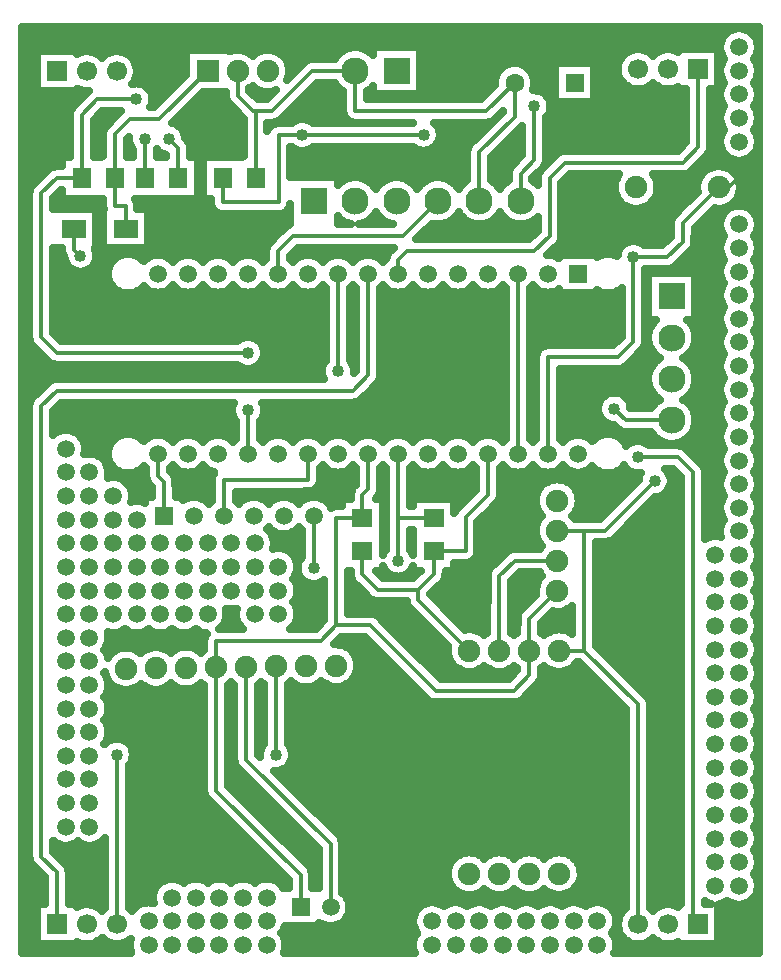
<source format=gbr>
%TF.GenerationSoftware,Novarm,DipTrace,3.3.1.3*%
%TF.CreationDate,2020-02-21T13:34:02+01:00*%
%FSLAX35Y35*%
%MOMM*%
%TF.FileFunction,Copper,L2,Bot*%
%TF.Part,Single*%
%TA.AperFunction,Conductor*%
%ADD13C,0.3*%
%TA.AperFunction,CopperBalancing*%
%ADD14C,0.635*%
%TA.AperFunction,ComponentPad*%
%ADD15R,1.9X1.9*%
%ADD16C,1.9*%
%ADD17R,1.5X1.5*%
%ADD18C,1.5*%
%ADD19R,2.3X2.3*%
%ADD20C,2.3*%
%ADD21C,1.9*%
%ADD22C,1.6*%
%ADD23R,1.6X1.6*%
%ADD24R,1.6X1.8*%
%ADD26R,2.1X1.55*%
%TA.AperFunction,ComponentPad*%
%ADD27R,1.7X1.7*%
%ADD28C,1.7*%
%ADD29C,1.5*%
%ADD30R,1.8X1.6*%
%TA.AperFunction,ViaPad*%
%ADD31C,1.016*%
G75*
G01*
%LPD*%
X2271410Y7925809D2*
D13*
X2349807Y7847413D1*
Y7592133D1*
X2942549Y6112940D2*
X1321199D1*
X1191199Y6242940D1*
Y7462129D1*
X1321203Y7592133D1*
X1535833D1*
X2942547Y5258593D2*
X2942549Y5625519D1*
X1535833Y7592133D2*
Y8127403D1*
X1665841Y8257411D1*
X1997560D1*
X6384239Y5027730D2*
X5964431Y4607921D1*
X5787819D1*
Y3592061D1*
X6244493Y3135387D1*
Y1274547D1*
X5482547Y5258593D2*
Y6076310D1*
X6075881D1*
X6205880Y6206310D1*
Y6923721D1*
X4900000Y7400000D2*
Y7811610D1*
X5200000Y8111610D1*
Y8400000D1*
X3850000Y8500000D2*
X3488000D1*
X3148000Y8160000D1*
X3006329D1*
X2984000D1*
X2854000Y8289999D1*
Y8500000D1*
X3180887Y3457130D2*
X3180880Y2710010D1*
X1831760Y1274547D2*
X1831759Y2710010D1*
X2069807Y7592133D2*
X2069810Y7925809D1*
X5577813Y3592053D2*
X5787819Y3592061D1*
X6205880Y6923721D2*
X6492451D1*
X6622451Y7053720D1*
Y7208171D1*
X6927047Y7512767D1*
X3006329Y8160000D2*
X3006333Y7592133D1*
X5200000Y8400000D2*
X4960010Y8160010D1*
X3850000D1*
Y8500000D1*
X5561613Y4607923D2*
X5787819Y4607921D1*
X6927047Y7512767D2*
X7012767D1*
X7100000Y7600000D1*
X1523761Y6935250D2*
X1516786D1*
X1465987Y6986049D1*
Y7163553D1*
X4974547Y5258593D2*
Y4912929D1*
X4784550Y4722932D1*
Y4433340D1*
X4514300D1*
X4430009Y7958400D2*
X3402940D1*
X4514300Y4433340D2*
Y4238342D1*
X4384289Y4108331D1*
X4041112D1*
X3911113Y4238330D1*
Y4433340D1*
X5250000Y7400000D2*
Y7630009D1*
X5365801Y7745809D1*
Y8199009D1*
X4815813Y3592053D2*
X4384289Y4023578D1*
Y4108331D1*
X3402940Y7958400D2*
X3201340D1*
Y7387131D1*
X2726333D1*
Y7592133D1*
X3958547Y5258593D2*
Y4955774D1*
X3911113Y4908341D1*
Y4713340D1*
X5560963Y4099923D2*
X5323813Y3862773D1*
Y3592053D1*
X2672887Y3449193D2*
Y2404406D1*
X3387293Y1690000D1*
Y1417407D1*
X3911113Y4713340D2*
X3688540D1*
Y3805070D1*
X3558540Y3675071D1*
X2672887D1*
Y3449193D1*
X5323813Y3592053D2*
Y3382053D1*
X5193810Y3252049D1*
X4530801D1*
X3977780Y3805070D1*
X3688540D1*
X4212547Y5258593D2*
Y4713342D1*
X4212549Y4713339D1*
Y4353929D1*
X2926887Y3453160D2*
Y2667959D1*
X3641293Y1953553D1*
Y1417407D1*
X5561290Y4353923D2*
X5199816D1*
X5069813Y4223920D1*
Y3592053D1*
X4212547Y4713340D2*
X4514300D1*
X3196547Y6782593D2*
Y6972598D1*
X3326549Y7102600D1*
X4252600D1*
X4550000Y7400000D1*
X6752440Y8512787D2*
Y7852769D1*
X6622440Y7722769D1*
X5625800D1*
X5495801Y7592769D1*
Y7102600D1*
X5365801Y6972600D1*
X4287548D1*
X4212547Y6897599D1*
Y6782593D1*
X1323760Y1274547D2*
Y1713710D1*
X1191199Y1846271D1*
Y5661320D1*
X1321199Y5791320D1*
X3828539D1*
X3958547Y5921327D1*
Y6782593D1*
X6241679Y5229330D2*
X6580000D1*
X6709999Y5099330D1*
Y1317041D1*
X6752493Y1274547D1*
X3704547Y6782593D2*
X3704549Y5957131D1*
X6043259Y5639730D2*
X6140876Y5542113D1*
X6530213D1*
X1905987Y7163553D2*
Y7356059D1*
X1815833D1*
Y7592133D1*
Y7961603D1*
X1945841Y8091610D1*
X2191610D1*
X2600000Y8500000D1*
X2228540Y4734933D2*
Y5019277D1*
X2180547Y5067270D1*
Y5258593D1*
X2736540Y4734933D2*
Y5038340D1*
X3450547D1*
Y5258593D1*
X3498540Y4290000D2*
Y4734933D1*
X5228547Y5258593D2*
Y6782593D1*
D31*
X2271410Y7925809D3*
X1997560Y8257411D3*
X2942549Y6112940D3*
Y5625519D3*
X6384239Y5027730D3*
X3180880Y2710010D3*
X1831759D3*
X2069810Y7925809D3*
X6205880Y6923721D3*
X1523761Y6935250D3*
X3402940Y7958400D3*
X4430009D3*
X5365801Y8199009D3*
X4212549Y4353929D3*
X6241679Y5229330D3*
X3704549Y5957131D3*
X6043259Y5639730D3*
X3498540Y4290000D3*
X1038146Y8805083D2*
D14*
X6972893D1*
X7227130D2*
X7261917D1*
X1038146Y8741917D2*
X6939170D1*
X1038146Y8678750D2*
X2413597D1*
X2786414D2*
X2825758D1*
X2882299D2*
X3079690D1*
X3136225D2*
X3753714D1*
X3946245D2*
X3993518D1*
X4406440D2*
X6200888D1*
X6288054D2*
X6454821D1*
X6541987D2*
X6576045D1*
X1038146Y8615583D2*
X1147308D1*
X1959995D2*
X2413597D1*
X3252442D2*
X3680341D1*
X4406440D2*
X6102542D1*
X6928901D2*
X6957581D1*
X7242351D2*
X7261917D1*
X1038146Y8552417D2*
X1147308D1*
X1998914D2*
X2413597D1*
X3286622D2*
X3392503D1*
X4406440D2*
X5130198D1*
X5269773D2*
X5536526D1*
X5879448D2*
X6072646D1*
X1038146Y8489250D2*
X1147308D1*
X2008028D2*
X2413597D1*
X3294096D2*
X3329339D1*
X4406440D2*
X5054729D1*
X5345242D2*
X5536526D1*
X5879448D2*
X6069638D1*
X1038146Y8426083D2*
X1147308D1*
X1992716D2*
X2378141D1*
X4406440D2*
X5030667D1*
X5369396D2*
X5536526D1*
X5879448D2*
X6091787D1*
X6928901D2*
X6951576D1*
X1038146Y8362917D2*
X1147308D1*
X2089513D2*
X2314977D1*
X3498810D2*
X3697933D1*
X4406440D2*
X5014990D1*
X5367208D2*
X5536526D1*
X5879448D2*
X6157685D1*
X6331258D2*
X6411617D1*
X1038146Y8299750D2*
X1560289D1*
X2133080D2*
X2251813D1*
X2547612D2*
X2747555D1*
X2992130D2*
X3139847D1*
X3435646D2*
X3743597D1*
X3956453D2*
X4951826D1*
X5463367D2*
X5536526D1*
X5879448D2*
X6646045D1*
X6858901D2*
X6933518D1*
X1038146Y8236583D2*
X1497125D1*
X2138185D2*
X2188649D1*
X2484448D2*
X2763050D1*
X3372482D2*
X3743597D1*
X5502742D2*
X5536526D1*
X5879448D2*
X6646045D1*
X6858901D2*
X6946643D1*
X1038146Y8173417D2*
X1440615D1*
X2421284D2*
X2822659D1*
X3309317D2*
X3743597D1*
X5505567D2*
X6646045D1*
X6858901D2*
X6951383D1*
X1038146Y8110250D2*
X1429404D1*
X1666596D2*
X1816591D1*
X2358120D2*
X2885823D1*
X3246153D2*
X3756813D1*
X5475034D2*
X6646045D1*
X6858901D2*
X6933883D1*
X1038146Y8047083D2*
X1429404D1*
X1642260D2*
X1753427D1*
X2339070D2*
X2899860D1*
X3112807D2*
X3148597D1*
X4539330D2*
X4987555D1*
X5472208D2*
X6646045D1*
X6858901D2*
X6942542D1*
X1038146Y7983917D2*
X1429404D1*
X1642260D2*
X1711956D1*
X2400593D2*
X2899860D1*
X4569864D2*
X4924391D1*
X5220190D2*
X5259352D1*
X5472208D2*
X6646045D1*
X6858901D2*
X6957308D1*
X7242716D2*
X7261917D1*
X1038146Y7920750D2*
X1429404D1*
X1642260D2*
X1709404D1*
X2424383D2*
X2899860D1*
X4566948D2*
X4861227D1*
X5157026D2*
X5259352D1*
X5472208D2*
X6646045D1*
X6858901D2*
X6934886D1*
X1038146Y7857583D2*
X1429404D1*
X1642260D2*
X1709404D1*
X1922260D2*
X1945927D1*
X2455737D2*
X2899860D1*
X3500450D2*
X4332581D1*
X4527482D2*
X4804716D1*
X5093862D2*
X5259352D1*
X5472208D2*
X6609313D1*
X6858901D2*
X6939261D1*
X1038146Y7794417D2*
X1429404D1*
X1642260D2*
X1709404D1*
X1922260D2*
X1963336D1*
X2176284D2*
X2230393D1*
X2456284D2*
X2899860D1*
X3307768D2*
X4793597D1*
X5030698D2*
X5259352D1*
X5472208D2*
X5549560D1*
X6840125D2*
X6973349D1*
X7226674D2*
X7261917D1*
X1038146Y7731250D2*
X1364417D1*
X2521271D2*
X2554873D1*
X3307768D2*
X4793597D1*
X5006453D2*
X5203297D1*
X6778784D2*
X7261917D1*
X1038146Y7668083D2*
X1249664D1*
X2521271D2*
X2554873D1*
X3307768D2*
X4793597D1*
X5006453D2*
X5151071D1*
X6715620D2*
X6829521D1*
X7024513D2*
X7261917D1*
X1038146Y7604917D2*
X1186045D1*
X2521271D2*
X2554873D1*
X3307768D2*
X4793597D1*
X5006453D2*
X5143597D1*
X5655867D2*
X6067451D1*
X6389591D2*
X6765992D1*
X7088133D2*
X7261917D1*
X1038146Y7541750D2*
X1122880D1*
X2521271D2*
X2554873D1*
X3997560D2*
X4052399D1*
X4347560D2*
X4402399D1*
X4697560D2*
X4752399D1*
X5047560D2*
X5102399D1*
X5602273D2*
X6044482D1*
X6412651D2*
X6742933D1*
X7111101D2*
X7261917D1*
X1038146Y7478583D2*
X1086149D1*
X2521271D2*
X2554873D1*
X5602273D2*
X6045393D1*
X6411739D2*
X6743844D1*
X7110190D2*
X7261917D1*
X1038146Y7415417D2*
X1084782D1*
X1297638D2*
X1709404D1*
X1992898D2*
X2619860D1*
X5602273D2*
X6070641D1*
X6386401D2*
X6681774D1*
X7084942D2*
X7261917D1*
X1038146Y7352250D2*
X1084782D1*
X1297638D2*
X1709495D1*
X2012403D2*
X2626149D1*
X5602273D2*
X6140550D1*
X6316583D2*
X6618610D1*
X7015034D2*
X7044138D1*
X7155854D2*
X7261917D1*
X1038146Y7289083D2*
X1084782D1*
X1662403D2*
X1709586D1*
X2102455D2*
X2699886D1*
X3227833D2*
X3293518D1*
X5602273D2*
X6555446D1*
X6851245D2*
X6960680D1*
X7239343D2*
X7261917D1*
X1038146Y7225917D2*
X1084782D1*
X1662403D2*
X1709586D1*
X2102455D2*
X3293518D1*
X3706440D2*
X3744964D1*
X3954995D2*
X4094964D1*
X4654995D2*
X4794964D1*
X5004995D2*
X5144964D1*
X5354995D2*
X5389326D1*
X5602273D2*
X6517620D1*
X6788080D2*
X6935706D1*
X1038146Y7162750D2*
X1084782D1*
X1662403D2*
X1709586D1*
X2102455D2*
X3238831D1*
X4460672D2*
X5389326D1*
X5602273D2*
X6515979D1*
X6728927D2*
X6937985D1*
X1038146Y7099583D2*
X1084782D1*
X1662403D2*
X1709586D1*
X2102455D2*
X3175667D1*
X4397508D2*
X5344847D1*
X5602182D2*
X6515979D1*
X6728927D2*
X6968336D1*
X7231687D2*
X7261917D1*
X1038146Y7036417D2*
X1084782D1*
X1662403D2*
X1709586D1*
X2102455D2*
X3113050D1*
X5577208D2*
X6123597D1*
X6288146D2*
X6457282D1*
X6727377D2*
X6937802D1*
X1038146Y6973250D2*
X1084782D1*
X1297638D2*
X1360407D1*
X1660580D2*
X3090081D1*
X3345138D2*
X4140263D1*
X5514317D2*
X6073011D1*
X6689916D2*
X6935797D1*
X1038146Y6910083D2*
X1084782D1*
X1297638D2*
X1383831D1*
X1663679D2*
X1811305D1*
X2041752D2*
X2077360D1*
X2283745D2*
X2331383D1*
X2537677D2*
X2585407D1*
X2791700D2*
X2839339D1*
X3045724D2*
X3090081D1*
X3303028D2*
X3347386D1*
X3553679D2*
X3601409D1*
X3807703D2*
X3855341D1*
X4061726D2*
X4106904D1*
X6626752D2*
X6961227D1*
X7238797D2*
X7261917D1*
X1038146Y6846917D2*
X1084782D1*
X1297638D2*
X1414183D1*
X1633419D2*
X1765367D1*
X6562950D2*
X6940628D1*
X1038146Y6783750D2*
X1084782D1*
X1297638D2*
X1752516D1*
X6736674D2*
X6934430D1*
X1038146Y6720583D2*
X1084782D1*
X1297638D2*
X1764456D1*
X6736674D2*
X6954664D1*
X1038146Y6657417D2*
X1084782D1*
X1297638D2*
X1808662D1*
X2044396D2*
X2074461D1*
X2286661D2*
X2328375D1*
X2540685D2*
X2582399D1*
X2794708D2*
X2836422D1*
X3048732D2*
X3090354D1*
X3302664D2*
X3344378D1*
X3556687D2*
X3598128D1*
X3810984D2*
X3852151D1*
X4065008D2*
X4106357D1*
X4318666D2*
X4360380D1*
X4572690D2*
X4614404D1*
X4826713D2*
X4868427D1*
X5080737D2*
X5122086D1*
X5334942D2*
X5376383D1*
X6736674D2*
X6944183D1*
X1038146Y6594250D2*
X1084782D1*
X1297638D2*
X3598128D1*
X3810984D2*
X3852151D1*
X4065008D2*
X5122086D1*
X5334942D2*
X6099443D1*
X6736674D2*
X6933701D1*
X1038146Y6531083D2*
X1084782D1*
X1297638D2*
X3598128D1*
X3810984D2*
X3852151D1*
X4065008D2*
X5122086D1*
X5334942D2*
X6099443D1*
X6736674D2*
X6949196D1*
X1038146Y6467917D2*
X1084782D1*
X1297638D2*
X3598128D1*
X3810984D2*
X3852151D1*
X4065008D2*
X5122086D1*
X5334942D2*
X6099443D1*
X6736674D2*
X6948649D1*
X1038146Y6404750D2*
X1084782D1*
X1297638D2*
X3598128D1*
X3810984D2*
X3852151D1*
X4065008D2*
X5122086D1*
X5334942D2*
X6099443D1*
X6736674D2*
X6933610D1*
X1038146Y6341583D2*
X1084782D1*
X1297638D2*
X3598128D1*
X3810984D2*
X3852151D1*
X4065008D2*
X5122086D1*
X5334942D2*
X6099443D1*
X6312299D2*
X6350276D1*
X6710151D2*
X6944638D1*
X1038146Y6278417D2*
X1084782D1*
X1303653D2*
X3598128D1*
X3810984D2*
X3852151D1*
X4065008D2*
X5122086D1*
X5334942D2*
X6099443D1*
X6733302D2*
X6954117D1*
X1038146Y6215250D2*
X1088701D1*
X1366817D2*
X2846722D1*
X3038341D2*
X3598128D1*
X3810984D2*
X3852151D1*
X4065008D2*
X5122086D1*
X5334942D2*
X6066904D1*
X6734851D2*
X6934248D1*
X1038146Y6152083D2*
X1134183D1*
X3078992D2*
X3598128D1*
X3810984D2*
X3852151D1*
X4065008D2*
X5122086D1*
X5334942D2*
X5410836D1*
X6296349D2*
X6345172D1*
X6715255D2*
X6940901D1*
X1038146Y6088917D2*
X1197347D1*
X3082638D2*
X3598128D1*
X3810984D2*
X3852151D1*
X4065008D2*
X5122086D1*
X5334942D2*
X5376930D1*
X6236375D2*
X6395120D1*
X6665307D2*
X6960498D1*
X7239435D2*
X7261917D1*
X1038146Y6025750D2*
X1265706D1*
X3053107D2*
X3580901D1*
X3828211D2*
X3852151D1*
X4065008D2*
X5122086D1*
X5334942D2*
X5376110D1*
X6173211D2*
X6374977D1*
X6685450D2*
X6935615D1*
X1038146Y5962583D2*
X3562399D1*
X4065008D2*
X5122086D1*
X5334942D2*
X5376110D1*
X5588966D2*
X6336604D1*
X6723823D2*
X6937985D1*
X1038146Y5899417D2*
X3575159D1*
X4062547D2*
X5122086D1*
X5334942D2*
X5376110D1*
X5588966D2*
X6323935D1*
X6736492D2*
X6968154D1*
X7231870D2*
X7261917D1*
X1038146Y5836250D2*
X1218219D1*
X4021349D2*
X5122086D1*
X5334942D2*
X5376110D1*
X5588966D2*
X6331774D1*
X6728653D2*
X6937711D1*
X1038146Y5773083D2*
X1155055D1*
X3958185D2*
X5122086D1*
X5334942D2*
X5376110D1*
X5588966D2*
X6010758D1*
X6075776D2*
X6363037D1*
X6697390D2*
X6935797D1*
X1038146Y5709917D2*
X1097360D1*
X3893107D2*
X5122086D1*
X5334942D2*
X5376110D1*
X5588966D2*
X5920524D1*
X6166010D2*
X6414899D1*
X6645528D2*
X6961318D1*
X7238705D2*
X7261917D1*
X1038146Y5646750D2*
X1084782D1*
X1324526D2*
X2801969D1*
X3083093D2*
X5122086D1*
X5334942D2*
X5376110D1*
X5588966D2*
X5901201D1*
X6185333D2*
X6353284D1*
X6707143D2*
X6940537D1*
X1038146Y5583583D2*
X1084782D1*
X1297638D2*
X2806982D1*
X3078172D2*
X5122086D1*
X5334942D2*
X5376110D1*
X5588966D2*
X5913141D1*
X6732299D2*
X6934430D1*
X1038146Y5520417D2*
X1084782D1*
X1297638D2*
X2836149D1*
X3049005D2*
X5122086D1*
X5334942D2*
X5376110D1*
X5588966D2*
X5971839D1*
X6735489D2*
X6954755D1*
X1038146Y5457250D2*
X1084782D1*
X1297638D2*
X1363597D1*
X1436362D2*
X2836149D1*
X3049005D2*
X5122086D1*
X5334942D2*
X5376110D1*
X5588966D2*
X6081487D1*
X6717807D2*
X6944183D1*
X1038146Y5394083D2*
X1084782D1*
X1535893D2*
X1821513D1*
X2031635D2*
X2088935D1*
X2272169D2*
X2342959D1*
X2526192D2*
X2596891D1*
X2780125D2*
X2836149D1*
X3049005D2*
X3104938D1*
X3288172D2*
X3358961D1*
X3542195D2*
X3612893D1*
X3796127D2*
X3866917D1*
X4050151D2*
X4120940D1*
X4304174D2*
X4374964D1*
X4558198D2*
X4628896D1*
X4812130D2*
X4882920D1*
X5066153D2*
X5122086D1*
X5334942D2*
X5376110D1*
X5588966D2*
X5644899D1*
X5828133D2*
X5885433D1*
X6095646D2*
X6389287D1*
X6671140D2*
X6933701D1*
X1038146Y5330917D2*
X1084782D1*
X1563419D2*
X1768922D1*
X6338276D2*
X6949196D1*
X1038146Y5267750D2*
X1084782D1*
X1563146D2*
X1752789D1*
X6689461D2*
X6948558D1*
X1038146Y5204583D2*
X1084782D1*
X1727573D2*
X1761539D1*
X6752625D2*
X6933610D1*
X1038146Y5141417D2*
X1084782D1*
X1761023D2*
X1800276D1*
X2295958D2*
X2319078D1*
X2549982D2*
X2573102D1*
X3565984D2*
X3589113D1*
X3820008D2*
X3843151D1*
X4073940D2*
X4097034D1*
X4327963D2*
X4351084D1*
X4581987D2*
X4605107D1*
X4836010D2*
X4859130D1*
X5089942D2*
X5113154D1*
X5343966D2*
X5367086D1*
X5597989D2*
X5621133D1*
X6807130D2*
X6944638D1*
X1038146Y5078250D2*
X1084782D1*
X1764942D2*
X2074078D1*
X2315737D2*
X2638362D1*
X3556961D2*
X3852151D1*
X4065008D2*
X4106084D1*
X4319031D2*
X4868063D1*
X5081010D2*
X6251748D1*
X6516739D2*
X6583154D1*
X6816427D2*
X6954026D1*
X1038146Y5015083D2*
X1084782D1*
X1917612D2*
X2088753D1*
X2334968D2*
X2630068D1*
X3554226D2*
X3852151D1*
X4065008D2*
X4106084D1*
X4319031D2*
X4868063D1*
X5081010D2*
X5460875D1*
X5663067D2*
X6223675D1*
X6525854D2*
X6603571D1*
X6816427D2*
X6934248D1*
X1038146Y4951917D2*
X1084782D1*
X1957807D2*
X2122112D1*
X2334968D2*
X2630068D1*
X3507377D2*
X3814690D1*
X4064916D2*
X4106084D1*
X4319031D2*
X4865602D1*
X5081010D2*
X5399625D1*
X5724317D2*
X6160511D1*
X6503341D2*
X6603571D1*
X6816427D2*
X6940992D1*
X1038146Y4888750D2*
X1084782D1*
X1966010D2*
X2062138D1*
X2394942D2*
X2431826D1*
X2533302D2*
X2630068D1*
X2843015D2*
X2939782D1*
X3041258D2*
X3193805D1*
X3295281D2*
X3447828D1*
X3549304D2*
X3804664D1*
X4039213D2*
X4106084D1*
X4319031D2*
X4802438D1*
X5078002D2*
X5377477D1*
X5746375D2*
X6097347D1*
X6393146D2*
X6603571D1*
X6816427D2*
X6960407D1*
X7239617D2*
X7261917D1*
X1038146Y4825583D2*
X1084782D1*
X3636804D2*
X3729651D1*
X4695737D2*
X4739274D1*
X5035073D2*
X5379209D1*
X5744643D2*
X6034183D1*
X6329982D2*
X6603571D1*
X6816427D2*
X6935615D1*
X1038146Y4762417D2*
X1084782D1*
X4971909D2*
X5405459D1*
X5718393D2*
X5971018D1*
X6266817D2*
X6603571D1*
X6816427D2*
X6938076D1*
X1038146Y4699250D2*
X1084782D1*
X4908745D2*
X5400081D1*
X6203653D2*
X6603571D1*
X6816427D2*
X6968063D1*
X7231961D2*
X7261917D1*
X1038146Y4636083D2*
X1084782D1*
X4890971D2*
X5377386D1*
X6140489D2*
X6603571D1*
X6816427D2*
X6937711D1*
X1038146Y4572917D2*
X1084782D1*
X3148901D2*
X3392138D1*
X4890971D2*
X5378571D1*
X6077325D2*
X6603571D1*
X6816427D2*
X6935888D1*
X1038146Y4509750D2*
X1084782D1*
X3166127D2*
X3392138D1*
X4890971D2*
X5404274D1*
X5990281D2*
X6603571D1*
X7238614D2*
X7261917D1*
X1038146Y4446583D2*
X1084782D1*
X3270672D2*
X3392138D1*
X4890971D2*
X5155628D1*
X5894304D2*
X6603571D1*
X1038146Y4383417D2*
X1084782D1*
X3342950D2*
X3392138D1*
X4877664D2*
X5081435D1*
X5894304D2*
X6603571D1*
X1038146Y4320250D2*
X1084782D1*
X4695737D2*
X5018271D1*
X5894304D2*
X6603571D1*
X1038146Y4257083D2*
X1084782D1*
X4040216D2*
X4110914D1*
X4314200D2*
X4385172D1*
X4620724D2*
X4969052D1*
X5894304D2*
X6603571D1*
X1038146Y4193917D2*
X1084782D1*
X3336023D2*
X3396058D1*
X3794942D2*
X3815032D1*
X4610333D2*
X4963401D1*
X5187742D2*
X5400992D1*
X5894304D2*
X6603571D1*
X1038146Y4130750D2*
X1084782D1*
X3363458D2*
X3582086D1*
X3794942D2*
X3870836D1*
X4554643D2*
X4963401D1*
X5176258D2*
X5377203D1*
X5894304D2*
X6603571D1*
X1038146Y4067583D2*
X1084782D1*
X3363093D2*
X3582086D1*
X3794942D2*
X3934000D1*
X4491479D2*
X4963401D1*
X5176258D2*
X5377477D1*
X5894304D2*
X6603571D1*
X1038146Y4004417D2*
X1084782D1*
X3334747D2*
X3582086D1*
X3794942D2*
X4279716D1*
X4551362D2*
X4963401D1*
X5176258D2*
X5317594D1*
X5894304D2*
X6603571D1*
X1038146Y3941250D2*
X1084782D1*
X3360997D2*
X3582086D1*
X3794942D2*
X4318727D1*
X4614526D2*
X4963401D1*
X5176258D2*
X5254430D1*
X5652495D2*
X5681357D1*
X5894304D2*
X6603571D1*
X1038146Y3878083D2*
X1084782D1*
X2764903D2*
X2835055D1*
X3364916D2*
X3582086D1*
X4052612D2*
X4381891D1*
X4677690D2*
X4963401D1*
X5176258D2*
X5218518D1*
X5487065D2*
X5681357D1*
X5894304D2*
X6603571D1*
X1038146Y3814917D2*
X1084782D1*
X2741935D2*
X2858024D1*
X3341948D2*
X3550459D1*
X4115867D2*
X4445055D1*
X4740854D2*
X4963401D1*
X5176258D2*
X5217334D1*
X5430281D2*
X5681357D1*
X5894304D2*
X6603571D1*
X1038146Y3751750D2*
X1084782D1*
X1866752D2*
X1933258D1*
X2066726D2*
X2133232D1*
X2266791D2*
X2333206D1*
X2466765D2*
X2533271D1*
X4179031D2*
X4508219D1*
X4905372D2*
X4963401D1*
X5176258D2*
X5217334D1*
X5430281D2*
X5488219D1*
X5894304D2*
X6603571D1*
X1038146Y3688583D2*
X1084782D1*
X1766036D2*
X2567360D1*
X3719929D2*
X3946396D1*
X4242195D2*
X4571383D1*
X5894304D2*
X6603571D1*
X7239708D2*
X7261917D1*
X1038146Y3625417D2*
X1084782D1*
X1747989D2*
X2566448D1*
X3777169D2*
X4009560D1*
X4305359D2*
X4632451D1*
X5902325D2*
X6603571D1*
X1038146Y3562250D2*
X1084782D1*
X1753823D2*
X1774847D1*
X3846896D2*
X4072724D1*
X4368523D2*
X4631813D1*
X5965489D2*
X6603571D1*
X1038146Y3499083D2*
X1084782D1*
X3872052D2*
X4135888D1*
X4431687D2*
X4655237D1*
X6028653D2*
X6603571D1*
X7232052D2*
X7261917D1*
X1038146Y3435917D2*
X1084782D1*
X3872963D2*
X4199052D1*
X4494851D2*
X4719677D1*
X4911935D2*
X4973701D1*
X5165867D2*
X5217334D1*
X5430281D2*
X5481748D1*
X5673914D2*
X5796110D1*
X6091817D2*
X6603571D1*
X1038146Y3372750D2*
X1084782D1*
X3849903D2*
X4262216D1*
X4558015D2*
X5166657D1*
X5429825D2*
X5859274D1*
X6155073D2*
X6603571D1*
X1038146Y3309583D2*
X1084782D1*
X3041987D2*
X3071305D1*
X3290450D2*
X3331162D1*
X3538549D2*
X3591657D1*
X3786101D2*
X4325380D1*
X5399200D2*
X5922438D1*
X6218237D2*
X6603571D1*
X7238432D2*
X7261917D1*
X1038146Y3246417D2*
X1084782D1*
X1757195D2*
X2566448D1*
X2779304D2*
X2820472D1*
X3033328D2*
X3074404D1*
X3287351D2*
X4388545D1*
X5336036D2*
X5985602D1*
X6281401D2*
X6603571D1*
X1038146Y3183250D2*
X1084782D1*
X1743067D2*
X2566448D1*
X2779304D2*
X2820472D1*
X3033328D2*
X3074404D1*
X3287351D2*
X4451709D1*
X5272872D2*
X6048766D1*
X6338732D2*
X6603571D1*
X1038146Y3120083D2*
X1084782D1*
X1765216D2*
X2566448D1*
X2779304D2*
X2820472D1*
X3033328D2*
X3074404D1*
X3287351D2*
X6111930D1*
X6350945D2*
X6603571D1*
X1038146Y3056917D2*
X1084782D1*
X1760567D2*
X2566448D1*
X2779304D2*
X2820472D1*
X3033328D2*
X3074404D1*
X3287351D2*
X6138089D1*
X6350945D2*
X6603571D1*
X1038146Y2993750D2*
X1084782D1*
X1736140D2*
X2566448D1*
X2779304D2*
X2820472D1*
X3033328D2*
X3074404D1*
X3287351D2*
X6138089D1*
X6350945D2*
X6603571D1*
X1038146Y2930583D2*
X1084782D1*
X1763484D2*
X2566448D1*
X2779304D2*
X2820472D1*
X3033328D2*
X3074404D1*
X3287351D2*
X6138089D1*
X6350945D2*
X6603571D1*
X1038146Y2867417D2*
X1084782D1*
X1763120D2*
X2566448D1*
X2779304D2*
X2820472D1*
X3033328D2*
X3074404D1*
X3287351D2*
X6138089D1*
X6350945D2*
X6603571D1*
X1038146Y2804250D2*
X1084782D1*
X1936023D2*
X2566448D1*
X2779304D2*
X2820472D1*
X3033328D2*
X3074404D1*
X3287351D2*
X6138089D1*
X6350945D2*
X6603571D1*
X1038146Y2741083D2*
X1084782D1*
X1970385D2*
X2566448D1*
X2779304D2*
X2820472D1*
X3319526D2*
X6138089D1*
X6350945D2*
X6603571D1*
X1038146Y2677917D2*
X1084782D1*
X1970112D2*
X2566448D1*
X2779304D2*
X2820472D1*
X3319252D2*
X6138089D1*
X6350945D2*
X6603571D1*
X1038146Y2614750D2*
X1084782D1*
X1938211D2*
X2566448D1*
X2779304D2*
X2835784D1*
X3284161D2*
X6138089D1*
X6350945D2*
X6603571D1*
X1038146Y2551583D2*
X1084782D1*
X1938211D2*
X2566448D1*
X2779304D2*
X2895393D1*
X3191192D2*
X6138089D1*
X6350945D2*
X6603571D1*
X1038146Y2488417D2*
X1084782D1*
X1938211D2*
X2566448D1*
X2779304D2*
X2958558D1*
X3254357D2*
X6138089D1*
X6350945D2*
X6603571D1*
X7239799D2*
X7261917D1*
X1038146Y2425250D2*
X1084782D1*
X1938211D2*
X2566448D1*
X2799903D2*
X3021722D1*
X3317521D2*
X6138089D1*
X6350945D2*
X6603571D1*
X1038146Y2362083D2*
X1084782D1*
X1938211D2*
X2575836D1*
X2863067D2*
X3084886D1*
X3380685D2*
X6138089D1*
X6350945D2*
X6603571D1*
X1038146Y2298917D2*
X1084782D1*
X1938211D2*
X2630433D1*
X2926232D2*
X3148050D1*
X3443849D2*
X6138089D1*
X6350945D2*
X6603571D1*
X7232234D2*
X7261917D1*
X1038146Y2235750D2*
X1084782D1*
X1938211D2*
X2693688D1*
X2989487D2*
X3211214D1*
X3507013D2*
X6138089D1*
X6350945D2*
X6603571D1*
X1038146Y2172583D2*
X1084782D1*
X1938211D2*
X2756852D1*
X3052651D2*
X3274378D1*
X3570177D2*
X6138089D1*
X6350945D2*
X6603571D1*
X1038146Y2109417D2*
X1084782D1*
X1938211D2*
X2820016D1*
X3115815D2*
X3337542D1*
X3633341D2*
X6138089D1*
X6350945D2*
X6603571D1*
X7238341D2*
X7261917D1*
X1038146Y2046250D2*
X1084782D1*
X1938211D2*
X2883180D1*
X3178979D2*
X3400706D1*
X3696505D2*
X6138089D1*
X6350945D2*
X6603571D1*
X1038146Y1983083D2*
X1084782D1*
X1938211D2*
X2946344D1*
X3242143D2*
X3463870D1*
X3743263D2*
X6138089D1*
X6350945D2*
X6603571D1*
X1038146Y1919917D2*
X1084782D1*
X1297638D2*
X1725354D1*
X1938211D2*
X3009508D1*
X3305307D2*
X3527034D1*
X3747729D2*
X6138089D1*
X6350945D2*
X6603571D1*
X1038146Y1856750D2*
X1084782D1*
X1328627D2*
X1725354D1*
X1938211D2*
X3072672D1*
X3368471D2*
X3534873D1*
X3747729D2*
X4715849D1*
X4915854D2*
X4969782D1*
X5169786D2*
X5223805D1*
X5423810D2*
X5477828D1*
X5677742D2*
X6138089D1*
X6350945D2*
X6603571D1*
X1038146Y1793583D2*
X1099729D1*
X1391791D2*
X1725354D1*
X1938211D2*
X3135836D1*
X3431635D2*
X3534873D1*
X3747729D2*
X4653870D1*
X5739721D2*
X6138089D1*
X6350945D2*
X6603571D1*
X1038146Y1730417D2*
X1159157D1*
X1428797D2*
X1725354D1*
X1938211D2*
X3199000D1*
X3485229D2*
X3534873D1*
X3747729D2*
X4631448D1*
X5762143D2*
X6138089D1*
X6350945D2*
X6603571D1*
X1038146Y1667250D2*
X1217308D1*
X1430164D2*
X1725354D1*
X1938211D2*
X3262164D1*
X3493705D2*
X3534873D1*
X3747729D2*
X4632907D1*
X5760685D2*
X6138089D1*
X6350945D2*
X6603571D1*
X1038146Y1604083D2*
X1217308D1*
X1430164D2*
X1725354D1*
X1938211D2*
X2171969D1*
X3228015D2*
X3280849D1*
X3493705D2*
X3534873D1*
X3747729D2*
X4658883D1*
X5734708D2*
X6138089D1*
X6350945D2*
X6603571D1*
X1038146Y1540917D2*
X1217308D1*
X1430164D2*
X1725354D1*
X1938211D2*
X2138883D1*
X3749461D2*
X4730797D1*
X4900815D2*
X4984821D1*
X5154838D2*
X5238753D1*
X5408862D2*
X5492776D1*
X5662885D2*
X6138089D1*
X6350945D2*
X6603571D1*
X1038146Y1477750D2*
X1217308D1*
X1430164D2*
X1725354D1*
X1938211D2*
X2135146D1*
X3795945D2*
X6138089D1*
X6350945D2*
X6603571D1*
X7209721D2*
X7261917D1*
X1038146Y1414583D2*
X1147308D1*
X1680633D2*
X1725354D1*
X1938211D2*
X1981839D1*
X3807703D2*
X4381891D1*
X6018172D2*
X6138089D1*
X6350945D2*
X6395576D1*
X6928901D2*
X7261917D1*
X1038146Y1351417D2*
X1147308D1*
X3793484D2*
X4342060D1*
X6058002D2*
X6086443D1*
X6928901D2*
X7261917D1*
X1038146Y1288250D2*
X1147308D1*
X3742260D2*
X4333948D1*
X6928901D2*
X7261917D1*
X1038146Y1225083D2*
X1147308D1*
X3247794D2*
X4352177D1*
X6047794D2*
X6075380D1*
X6928901D2*
X7261917D1*
X1038146Y1161917D2*
X1147308D1*
X3253992D2*
X4345979D1*
X6053992D2*
X6110654D1*
X6928901D2*
X7261917D1*
X1038146Y1098750D2*
X1933532D1*
X3266479D2*
X4333584D1*
X6066479D2*
X7261917D1*
X1038146Y1035583D2*
X1947112D1*
X3252898D2*
X4347073D1*
X6052898D2*
X7261917D1*
X2443243Y8680090D2*
X2780090D1*
Y8664139D1*
X2798349Y8671276D1*
X2825828Y8677873D1*
X2854000Y8680090D1*
X2882172Y8677873D1*
X2909651Y8671276D1*
X2935759Y8660461D1*
X2959854Y8645696D1*
X2980978Y8627680D1*
X3002146Y8645696D1*
X3026241Y8660461D1*
X3052349Y8671276D1*
X3079828Y8677873D1*
X3108000Y8680090D1*
X3136172Y8677873D1*
X3163651Y8671276D1*
X3189759Y8660461D1*
X3213854Y8645696D1*
X3235343Y8627343D1*
X3253696Y8605854D1*
X3268461Y8581759D1*
X3279276Y8555651D1*
X3285873Y8528172D1*
X3288090Y8500000D1*
X3285873Y8471828D1*
X3279276Y8444349D1*
X3271676Y8425213D1*
X3422997Y8576109D1*
X3435703Y8585341D1*
X3449697Y8592471D1*
X3464635Y8597325D1*
X3480147Y8599782D1*
X3581334Y8600090D1*
X3676763D1*
X3688124Y8617610D1*
X3697850Y8629948D1*
X3708515Y8641485D1*
X3720052Y8652150D1*
X3732390Y8661876D1*
X3745453Y8670605D1*
X3759161Y8678281D1*
X3773429Y8684859D1*
X3788169Y8690297D1*
X3803290Y8694561D1*
X3818699Y8697627D1*
X3834301Y8699473D1*
X3850000Y8700090D1*
X3865699Y8699473D1*
X3881301Y8697627D1*
X3896710Y8694561D1*
X3911831Y8690297D1*
X3926571Y8684859D1*
X3940839Y8678281D1*
X3954547Y8670605D1*
X3967610Y8661876D1*
X3979948Y8652150D1*
X3999942Y8632337D1*
X3999910Y8700090D1*
X4400090D1*
Y8299910D1*
X3999910D1*
Y8367449D1*
X3979948Y8347850D1*
X3967610Y8338124D1*
X3950102Y8326906D1*
X3950090Y8260013D1*
X4918503Y8260100D1*
X5036374Y8377923D1*
X5034910Y8400000D1*
X5036943Y8425826D1*
X5042990Y8451016D1*
X5052904Y8474949D1*
X5066439Y8497037D1*
X5083264Y8516736D1*
X5102963Y8533561D1*
X5125051Y8547096D1*
X5148984Y8557010D1*
X5174174Y8563057D1*
X5200000Y8565090D1*
X5225826Y8563057D1*
X5251016Y8557010D1*
X5274949Y8547096D1*
X5297037Y8533561D1*
X5316736Y8516736D1*
X5333561Y8497037D1*
X5347096Y8474949D1*
X5357010Y8451016D1*
X5363057Y8425826D1*
X5365090Y8400000D1*
X5363057Y8374174D1*
X5357010Y8348984D1*
X5351273Y8334110D1*
X5365801Y8334899D1*
X5387059Y8333226D1*
X5407793Y8328248D1*
X5427494Y8320088D1*
X5445675Y8308946D1*
X5461890Y8295098D1*
X5475738Y8278883D1*
X5486880Y8260702D1*
X5495040Y8241001D1*
X5500018Y8220267D1*
X5501691Y8199009D1*
X5500018Y8177751D1*
X5495040Y8157017D1*
X5486880Y8137316D1*
X5475738Y8119135D1*
X5465879Y8107236D1*
X5465583Y7737956D1*
X5463126Y7722444D1*
X5458272Y7707506D1*
X5451142Y7693512D1*
X5441889Y7680783D1*
X5350148Y7588608D1*
X5350090Y7573225D1*
X5367610Y7561876D1*
X5379948Y7552150D1*
X5395693Y7536933D1*
X5396019Y7600622D1*
X5398476Y7616135D1*
X5403329Y7631072D1*
X5410459Y7645066D1*
X5419712Y7657795D1*
X5555026Y7793544D1*
X5566969Y7803744D1*
X5580360Y7811950D1*
X5594871Y7817961D1*
X5610143Y7821627D1*
X5625831Y7822858D1*
X6580917Y7822859D1*
X6652401Y7894279D1*
X6652350Y8342677D1*
X6582350Y8342696D1*
Y8364845D1*
X6563531Y8355644D1*
X6538147Y8347396D1*
X6511785Y8343221D1*
X6485095D1*
X6458733Y8347396D1*
X6433349Y8355644D1*
X6409568Y8367761D1*
X6387975Y8383449D1*
X6371475Y8399755D1*
X6354905Y8383449D1*
X6333312Y8367761D1*
X6309531Y8355644D1*
X6284147Y8347396D1*
X6257785Y8343221D1*
X6231095D1*
X6204733Y8347396D1*
X6179349Y8355644D1*
X6155568Y8367761D1*
X6133975Y8383449D1*
X6115103Y8402322D1*
X6099414Y8423915D1*
X6087297Y8447696D1*
X6079050Y8473080D1*
X6074874Y8499442D1*
Y8526132D1*
X6079050Y8552493D1*
X6087297Y8577877D1*
X6099414Y8601658D1*
X6115103Y8623251D1*
X6133975Y8642124D1*
X6155568Y8657812D1*
X6179349Y8669929D1*
X6204733Y8678177D1*
X6231095Y8682352D1*
X6257785D1*
X6284147Y8678177D1*
X6309531Y8669929D1*
X6333312Y8657812D1*
X6354905Y8642124D1*
X6371405Y8625818D1*
X6387975Y8642124D1*
X6409568Y8657812D1*
X6433349Y8669929D1*
X6458733Y8678177D1*
X6485095Y8682352D1*
X6511785D1*
X6538147Y8678177D1*
X6563531Y8669929D1*
X6582350Y8660591D1*
Y8682876D1*
X6922530D1*
Y8342696D1*
X6852439D1*
X6852222Y7844916D1*
X6849765Y7829403D1*
X6844911Y7814466D1*
X6837781Y7800472D1*
X6828549Y7787765D1*
X6757218Y7715997D1*
X6687444Y7646660D1*
X6674737Y7637428D1*
X6660743Y7630298D1*
X6645806Y7625444D1*
X6630293Y7622987D1*
X6529107Y7622679D1*
X6371151D1*
X6382099Y7606863D1*
X6394928Y7581684D1*
X6403661Y7554808D1*
X6408082Y7526896D1*
Y7498637D1*
X6403661Y7470725D1*
X6394928Y7443849D1*
X6382099Y7418670D1*
X6365488Y7395808D1*
X6345506Y7375825D1*
X6322643Y7359215D1*
X6297464Y7346385D1*
X6270588Y7337653D1*
X6242676Y7333232D1*
X6214417D1*
X6186505Y7337653D1*
X6159629Y7346385D1*
X6134450Y7359215D1*
X6111588Y7375825D1*
X6091605Y7395808D1*
X6074995Y7418670D1*
X6062165Y7443849D1*
X6053433Y7470725D1*
X6049012Y7498637D1*
Y7526896D1*
X6053433Y7554808D1*
X6062165Y7581684D1*
X6074995Y7606863D1*
X6085774Y7622679D1*
X5667323D1*
X5595840Y7551259D1*
X5595582Y7094747D1*
X5593125Y7079234D1*
X5588272Y7064297D1*
X5581142Y7050303D1*
X5571910Y7037597D1*
X5500578Y6965829D1*
X5477312Y6942562D1*
X5495107Y6942190D1*
X5519919Y6938260D1*
X5543810Y6930497D1*
X5566193Y6919092D1*
X5576441Y6912245D1*
X5576457Y6942683D1*
X5896637D1*
Y6921446D1*
X5914440Y6931962D1*
X5938743Y6942028D1*
X5964322Y6948169D1*
X5990547Y6950233D1*
X6016771Y6948169D1*
X6042350Y6942028D1*
X6066654Y6931962D1*
X6070108Y6930027D1*
X6071663Y6944978D1*
X6076641Y6965713D1*
X6084802Y6985413D1*
X6095943Y7003595D1*
X6109792Y7019809D1*
X6126006Y7033658D1*
X6144188Y7044799D1*
X6163888Y7052960D1*
X6184623Y7057938D1*
X6205880Y7059611D1*
X6227138Y7057938D1*
X6247873Y7052960D1*
X6267573Y7044799D1*
X6285755Y7033658D1*
X6297654Y7023798D1*
X6450972Y7023811D1*
X6522411Y7095230D1*
X6522669Y7216024D1*
X6525126Y7231536D1*
X6529979Y7246473D1*
X6537109Y7260468D1*
X6546341Y7273174D1*
X6617673Y7344942D1*
X6750375Y7477644D1*
X6747512Y7498637D1*
Y7526896D1*
X6751933Y7554808D1*
X6760665Y7581684D1*
X6773495Y7606863D1*
X6790105Y7629726D1*
X6810088Y7649708D1*
X6832950Y7666319D1*
X6858129Y7679148D1*
X6885005Y7687881D1*
X6912917Y7692302D1*
X6941176D1*
X6969088Y7687881D1*
X6995964Y7679148D1*
X7021143Y7666319D1*
X7044006Y7649708D1*
X7063988Y7629726D1*
X7080599Y7606863D1*
X7093428Y7581684D1*
X7102161Y7554808D1*
X7106582Y7526896D1*
Y7498637D1*
X7102161Y7470725D1*
X7093428Y7443849D1*
X7080599Y7418670D1*
X7063988Y7395808D1*
X7044006Y7375825D1*
X7021143Y7359215D1*
X6995964Y7346385D1*
X6969088Y7337653D1*
X6941176Y7333232D1*
X6912917D1*
X6892102Y7336241D1*
X6722556Y7166727D1*
X6722232Y7045867D1*
X6719775Y7030355D1*
X6714922Y7015417D1*
X6707792Y7001423D1*
X6698560Y6988717D1*
X6627228Y6916949D1*
X6557454Y6847611D1*
X6544748Y6838380D1*
X6530754Y6831249D1*
X6515816Y6826396D1*
X6500304Y6823939D1*
X6399117Y6823630D1*
X6306058D1*
X6305662Y6198457D1*
X6303205Y6182945D1*
X6298351Y6168007D1*
X6291221Y6154013D1*
X6281989Y6141307D1*
X6210658Y6069539D1*
X6140884Y6000201D1*
X6128178Y5990970D1*
X6114183Y5983839D1*
X6099246Y5978986D1*
X6083734Y5976529D1*
X5982547Y5976221D1*
X5582691D1*
X5582637Y5383511D1*
X5595747Y5371794D1*
X5609478Y5355970D1*
X5623346Y5371794D1*
X5642448Y5388109D1*
X5663867Y5401235D1*
X5687076Y5410848D1*
X5711503Y5416712D1*
X5736547Y5418683D1*
X5761590Y5416712D1*
X5786017Y5410848D1*
X5809226Y5401235D1*
X5830645Y5388109D1*
X5849747Y5371794D1*
X5858675Y5362062D1*
X5872007Y5377133D1*
X5892010Y5394217D1*
X5914440Y5407962D1*
X5938743Y5418028D1*
X5964322Y5424169D1*
X5990547Y5426233D1*
X6016771Y5424169D1*
X6042350Y5418028D1*
X6066654Y5407962D1*
X6089083Y5394217D1*
X6109086Y5377133D1*
X6126170Y5357130D1*
X6139915Y5334700D1*
X6144629Y5324474D1*
X6161805Y5339267D1*
X6179986Y5350409D1*
X6199687Y5358569D1*
X6220421Y5363547D1*
X6241679Y5365220D1*
X6262937Y5363547D1*
X6283671Y5358569D1*
X6303372Y5350409D1*
X6321553Y5339267D1*
X6333452Y5329408D1*
X6587853Y5329111D1*
X6603365Y5326654D1*
X6618302Y5321801D1*
X6632297Y5314671D1*
X6645003Y5305439D1*
X6716771Y5234108D1*
X6786108Y5164333D1*
X6795340Y5151627D1*
X6802471Y5137633D1*
X6807324Y5122696D1*
X6809781Y5107183D1*
X6810089Y5005997D1*
Y4532494D1*
X6827321Y4542641D1*
X6850529Y4552255D1*
X6874956Y4558119D1*
X6900000Y4560090D1*
X6925044Y4558119D1*
X6946966Y4552961D1*
X6941881Y4574956D1*
X6939910Y4600000D1*
X6941881Y4625044D1*
X6947745Y4649471D1*
X6957359Y4672679D1*
X6970484Y4694099D1*
X6975075Y4699921D1*
X6963501Y4716353D1*
X6952096Y4738736D1*
X6944333Y4762628D1*
X6940404Y4787439D1*
Y4812561D1*
X6944333Y4837372D1*
X6952096Y4861264D1*
X6963501Y4883647D1*
X6975075Y4899921D1*
X6963501Y4916353D1*
X6952096Y4938736D1*
X6944333Y4962628D1*
X6940404Y4987439D1*
Y5012561D1*
X6944333Y5037372D1*
X6952096Y5061264D1*
X6963501Y5083647D1*
X6975075Y5099921D1*
X6963501Y5116353D1*
X6952096Y5138736D1*
X6944333Y5162628D1*
X6940404Y5187439D1*
Y5212561D1*
X6944333Y5237372D1*
X6952096Y5261264D1*
X6963501Y5283647D1*
X6975075Y5299921D1*
X6963501Y5316353D1*
X6952096Y5338736D1*
X6944333Y5362628D1*
X6940404Y5387439D1*
Y5412561D1*
X6944333Y5437372D1*
X6952096Y5461264D1*
X6963501Y5483647D1*
X6975075Y5499921D1*
X6963501Y5516353D1*
X6952096Y5538736D1*
X6944333Y5562628D1*
X6940404Y5587439D1*
Y5612561D1*
X6944333Y5637372D1*
X6952096Y5661264D1*
X6963501Y5683647D1*
X6975075Y5699921D1*
X6963501Y5716353D1*
X6952096Y5738736D1*
X6944333Y5762628D1*
X6940404Y5787439D1*
Y5812561D1*
X6944333Y5837372D1*
X6952096Y5861264D1*
X6963501Y5883647D1*
X6975075Y5899921D1*
X6963501Y5916353D1*
X6952096Y5938736D1*
X6944333Y5962628D1*
X6940404Y5987439D1*
Y6012561D1*
X6944333Y6037372D1*
X6952096Y6061264D1*
X6963501Y6083647D1*
X6975075Y6099921D1*
X6963501Y6116353D1*
X6952096Y6138736D1*
X6944333Y6162628D1*
X6940404Y6187439D1*
Y6212561D1*
X6944333Y6237372D1*
X6952096Y6261264D1*
X6963501Y6283647D1*
X6975075Y6299921D1*
X6963501Y6316353D1*
X6952096Y6338736D1*
X6944333Y6362628D1*
X6940404Y6387439D1*
Y6412561D1*
X6944333Y6437372D1*
X6952096Y6461264D1*
X6963501Y6483647D1*
X6975075Y6499921D1*
X6963501Y6516353D1*
X6952096Y6538736D1*
X6944333Y6562628D1*
X6940404Y6587439D1*
Y6612561D1*
X6944333Y6637372D1*
X6952096Y6661264D1*
X6963501Y6683647D1*
X6975075Y6699921D1*
X6963501Y6716353D1*
X6952096Y6738736D1*
X6944333Y6762628D1*
X6940404Y6787439D1*
Y6812561D1*
X6944333Y6837372D1*
X6952096Y6861264D1*
X6963501Y6883647D1*
X6975075Y6899921D1*
X6963501Y6916353D1*
X6952096Y6938736D1*
X6944333Y6962628D1*
X6940404Y6987439D1*
Y7012561D1*
X6944333Y7037372D1*
X6952096Y7061264D1*
X6963501Y7083647D1*
X6975075Y7099921D1*
X6963501Y7116353D1*
X6952096Y7138736D1*
X6944333Y7162628D1*
X6940404Y7187439D1*
Y7212561D1*
X6944333Y7237372D1*
X6952096Y7261264D1*
X6963501Y7283647D1*
X6978267Y7303970D1*
X6996030Y7321733D1*
X7016353Y7336499D1*
X7038736Y7347904D1*
X7062628Y7355667D1*
X7087439Y7359596D1*
X7112561D1*
X7137372Y7355667D1*
X7161264Y7347904D1*
X7183647Y7336499D1*
X7203970Y7321733D1*
X7221733Y7303970D1*
X7236499Y7283647D1*
X7247904Y7261264D1*
X7255667Y7237372D1*
X7259596Y7212561D1*
Y7187439D1*
X7255667Y7162628D1*
X7247904Y7138736D1*
X7236499Y7116353D1*
X7224925Y7100079D1*
X7236499Y7083647D1*
X7247904Y7061264D1*
X7255667Y7037372D1*
X7259596Y7012561D1*
Y6987439D1*
X7255667Y6962628D1*
X7247904Y6938736D1*
X7236499Y6916353D1*
X7224925Y6900079D1*
X7236499Y6883647D1*
X7247904Y6861264D1*
X7255667Y6837372D1*
X7259596Y6812561D1*
Y6787439D1*
X7255667Y6762628D1*
X7247904Y6738736D1*
X7236499Y6716353D1*
X7224925Y6700079D1*
X7236499Y6683647D1*
X7247904Y6661264D1*
X7255667Y6637372D1*
X7259596Y6612561D1*
Y6587439D1*
X7255667Y6562628D1*
X7247904Y6538736D1*
X7236499Y6516353D1*
X7224925Y6500079D1*
X7236499Y6483647D1*
X7247904Y6461264D1*
X7255667Y6437372D1*
X7259596Y6412561D1*
Y6387439D1*
X7255667Y6362628D1*
X7247904Y6338736D1*
X7236499Y6316353D1*
X7224925Y6300079D1*
X7236499Y6283647D1*
X7247904Y6261264D1*
X7255667Y6237372D1*
X7259596Y6212561D1*
Y6187439D1*
X7255667Y6162628D1*
X7247904Y6138736D1*
X7236499Y6116353D1*
X7224925Y6100079D1*
X7236499Y6083647D1*
X7247904Y6061264D1*
X7255667Y6037372D1*
X7259596Y6012561D1*
Y5987439D1*
X7255667Y5962628D1*
X7247904Y5938736D1*
X7236499Y5916353D1*
X7224925Y5900079D1*
X7236499Y5883647D1*
X7247904Y5861264D1*
X7255667Y5837372D1*
X7259596Y5812561D1*
Y5787439D1*
X7255667Y5762628D1*
X7247904Y5738736D1*
X7236499Y5716353D1*
X7224925Y5700079D1*
X7236499Y5683647D1*
X7247904Y5661264D1*
X7255667Y5637372D1*
X7259596Y5612561D1*
Y5587439D1*
X7255667Y5562628D1*
X7247904Y5538736D1*
X7236499Y5516353D1*
X7224925Y5500079D1*
X7236499Y5483647D1*
X7247904Y5461264D1*
X7255667Y5437372D1*
X7259596Y5412561D1*
Y5387439D1*
X7255667Y5362628D1*
X7247904Y5338736D1*
X7236499Y5316353D1*
X7224925Y5300079D1*
X7236499Y5283647D1*
X7247904Y5261264D1*
X7255667Y5237372D1*
X7259596Y5212561D1*
Y5187439D1*
X7255667Y5162628D1*
X7247904Y5138736D1*
X7236499Y5116353D1*
X7224925Y5100079D1*
X7236499Y5083647D1*
X7247904Y5061264D1*
X7255667Y5037372D1*
X7259596Y5012561D1*
Y4987439D1*
X7255667Y4962628D1*
X7247904Y4938736D1*
X7236499Y4916353D1*
X7224925Y4900079D1*
X7236499Y4883647D1*
X7247904Y4861264D1*
X7255667Y4837372D1*
X7259596Y4812561D1*
Y4787439D1*
X7255667Y4762628D1*
X7247904Y4738736D1*
X7236499Y4716353D1*
X7224925Y4700079D1*
X7236499Y4683647D1*
X7247904Y4661264D1*
X7255667Y4637372D1*
X7259596Y4612561D1*
Y4587439D1*
X7255667Y4562628D1*
X7247904Y4538736D1*
X7236499Y4516353D1*
X7224925Y4500079D1*
X7236499Y4483647D1*
X7247904Y4461264D1*
X7255667Y4437372D1*
X7259596Y4412561D1*
Y4387439D1*
X7255667Y4362628D1*
X7247904Y4338736D1*
X7236499Y4316353D1*
X7224925Y4300079D1*
X7236499Y4283647D1*
X7247904Y4261264D1*
X7255667Y4237372D1*
X7259596Y4212561D1*
Y4187439D1*
X7255667Y4162628D1*
X7247904Y4138736D1*
X7236499Y4116353D1*
X7224925Y4100079D1*
X7236499Y4083647D1*
X7247904Y4061264D1*
X7255667Y4037372D1*
X7259596Y4012561D1*
Y3987439D1*
X7255667Y3962628D1*
X7247904Y3938736D1*
X7236499Y3916353D1*
X7224925Y3900079D1*
X7236499Y3883647D1*
X7247904Y3861264D1*
X7255667Y3837372D1*
X7259596Y3812561D1*
Y3787439D1*
X7255667Y3762628D1*
X7247904Y3738736D1*
X7236499Y3716353D1*
X7224925Y3700079D1*
X7236499Y3683647D1*
X7247904Y3661264D1*
X7255667Y3637372D1*
X7259596Y3612561D1*
Y3587439D1*
X7255667Y3562628D1*
X7247904Y3538736D1*
X7236499Y3516353D1*
X7224925Y3500079D1*
X7236499Y3483647D1*
X7247904Y3461264D1*
X7255667Y3437372D1*
X7259596Y3412561D1*
Y3387439D1*
X7255667Y3362628D1*
X7247904Y3338736D1*
X7236499Y3316353D1*
X7224925Y3300079D1*
X7236499Y3283647D1*
X7247904Y3261264D1*
X7255667Y3237372D1*
X7259596Y3212561D1*
Y3187439D1*
X7255667Y3162628D1*
X7247904Y3138736D1*
X7236499Y3116353D1*
X7224925Y3100079D1*
X7236499Y3083647D1*
X7247904Y3061264D1*
X7255667Y3037372D1*
X7259596Y3012561D1*
Y2987439D1*
X7255667Y2962628D1*
X7247904Y2938736D1*
X7236499Y2916353D1*
X7224925Y2900079D1*
X7236499Y2883647D1*
X7247904Y2861264D1*
X7255667Y2837372D1*
X7259596Y2812561D1*
Y2787439D1*
X7255667Y2762628D1*
X7247904Y2738736D1*
X7236499Y2716353D1*
X7224925Y2700079D1*
X7236499Y2683647D1*
X7247904Y2661264D1*
X7255667Y2637372D1*
X7259596Y2612561D1*
Y2587439D1*
X7255667Y2562628D1*
X7247904Y2538736D1*
X7236499Y2516353D1*
X7224925Y2500079D1*
X7236499Y2483647D1*
X7247904Y2461264D1*
X7255667Y2437372D1*
X7259596Y2412561D1*
Y2387439D1*
X7255667Y2362628D1*
X7247904Y2338736D1*
X7236499Y2316353D1*
X7224925Y2300079D1*
X7236499Y2283647D1*
X7247904Y2261264D1*
X7255667Y2237372D1*
X7259596Y2212561D1*
Y2187439D1*
X7255667Y2162628D1*
X7247904Y2138736D1*
X7236499Y2116353D1*
X7224925Y2100079D1*
X7236499Y2083647D1*
X7247904Y2061264D1*
X7255667Y2037372D1*
X7259596Y2012561D1*
Y1987439D1*
X7255667Y1962628D1*
X7247904Y1938736D1*
X7236499Y1916353D1*
X7224925Y1900079D1*
X7236499Y1883647D1*
X7247904Y1861264D1*
X7255667Y1837372D1*
X7259596Y1812561D1*
Y1787439D1*
X7255667Y1762628D1*
X7247904Y1738736D1*
X7236499Y1716353D1*
X7224925Y1700079D1*
X7236499Y1683647D1*
X7247904Y1661264D1*
X7255667Y1637372D1*
X7259596Y1612561D1*
Y1587439D1*
X7255667Y1562628D1*
X7247904Y1538736D1*
X7236499Y1516353D1*
X7221733Y1496030D1*
X7203970Y1478267D1*
X7183647Y1463501D1*
X7161264Y1452096D1*
X7137372Y1444333D1*
X7112561Y1440404D1*
X7087439D1*
X7062628Y1444333D1*
X7038736Y1452096D1*
X7016353Y1463501D1*
X7000079Y1475075D1*
X6983647Y1463501D1*
X6961264Y1452096D1*
X6937372Y1444333D1*
X6922557Y1441587D1*
X6922584Y1104456D1*
X6582404D1*
Y1126605D1*
X6563584Y1117404D1*
X6538200Y1109156D1*
X6511838Y1104981D1*
X6485148D1*
X6458787Y1109156D1*
X6433403Y1117404D1*
X6409622Y1129521D1*
X6388029Y1145209D1*
X6371529Y1161515D1*
X6354958Y1145209D1*
X6333365Y1129521D1*
X6309584Y1117404D1*
X6284200Y1109156D1*
X6257838Y1104981D1*
X6231148D1*
X6204787Y1109156D1*
X6179403Y1117404D1*
X6155622Y1129521D1*
X6134029Y1145209D1*
X6115156Y1164082D1*
X6099468Y1185675D1*
X6087351Y1209456D1*
X6079103Y1234840D1*
X6074928Y1261202D1*
Y1287892D1*
X6079103Y1314253D1*
X6087351Y1339637D1*
X6099468Y1363418D1*
X6115156Y1385011D1*
X6134029Y1403884D1*
X6144394Y1412055D1*
X6144403Y3093909D1*
X5746352Y3491979D1*
X5727575Y3491969D1*
X5714755Y3475094D1*
X5694772Y3455112D1*
X5671910Y3438501D1*
X5646731Y3425672D1*
X5619855Y3416939D1*
X5591943Y3412518D1*
X5563684D1*
X5535772Y3416939D1*
X5508896Y3425672D1*
X5483717Y3438501D1*
X5460854Y3455112D1*
X5450836Y3464373D1*
X5429668Y3446357D1*
X5423927Y3442521D1*
X5423595Y3374200D1*
X5421138Y3358687D1*
X5416285Y3343750D1*
X5409154Y3329755D1*
X5399923Y3317049D1*
X5328591Y3245281D1*
X5258813Y3175940D1*
X5246107Y3166708D1*
X5232113Y3159577D1*
X5217175Y3154724D1*
X5201663Y3152267D1*
X5100476Y3151959D1*
X4522948Y3152267D1*
X4507436Y3154724D1*
X4492498Y3159577D1*
X4478504Y3166708D1*
X4465798Y3175940D1*
X4394030Y3247271D1*
X3936372Y3704930D1*
X3729954Y3704980D1*
X3669020Y3644002D1*
X3688887Y3645157D1*
X3717059Y3642939D1*
X3744538Y3636342D1*
X3770646Y3625528D1*
X3794741Y3610763D1*
X3816230Y3592410D1*
X3834583Y3570921D1*
X3849348Y3546826D1*
X3860162Y3520718D1*
X3866759Y3493239D1*
X3868977Y3465067D1*
X3866759Y3436894D1*
X3860162Y3409416D1*
X3849348Y3383308D1*
X3834583Y3359212D1*
X3816230Y3337724D1*
X3794741Y3319371D1*
X3770646Y3304605D1*
X3744538Y3293791D1*
X3717059Y3287194D1*
X3688887Y3284977D1*
X3660714Y3287194D1*
X3633236Y3293791D1*
X3607128Y3304605D1*
X3583032Y3319371D1*
X3563937Y3335512D1*
X3551846Y3324155D1*
X3528983Y3307545D1*
X3503804Y3294715D1*
X3476928Y3285983D1*
X3449016Y3281562D1*
X3420757D1*
X3392845Y3285983D1*
X3365969Y3294715D1*
X3340790Y3307545D1*
X3317928Y3324155D1*
X3309937Y3331542D1*
X3297846Y3320188D1*
X3281000Y3307598D1*
X3280971Y2801882D1*
X3290817Y2789885D1*
X3301959Y2771703D1*
X3310119Y2752003D1*
X3315097Y2731268D1*
X3316770Y2710010D1*
X3315097Y2688753D1*
X3310119Y2668018D1*
X3301959Y2648318D1*
X3290817Y2630136D1*
X3276969Y2613922D1*
X3260754Y2600073D1*
X3242573Y2588932D1*
X3222872Y2580771D1*
X3202138Y2575793D1*
X3180880Y2574120D1*
X3160740Y2575661D1*
X3717402Y2018556D1*
X3726634Y2005849D1*
X3733765Y1991855D1*
X3738618Y1976918D1*
X3741075Y1961406D1*
X3741383Y1860219D1*
Y1542394D1*
X3754494Y1530607D1*
X3770809Y1511505D1*
X3783935Y1490086D1*
X3793548Y1466877D1*
X3799412Y1442450D1*
X3801383Y1417407D1*
X3799412Y1392363D1*
X3793548Y1367936D1*
X3783935Y1344727D1*
X3770809Y1323308D1*
X3754494Y1304206D1*
X3735392Y1287891D1*
X3713973Y1274765D1*
X3690764Y1265152D1*
X3666337Y1259288D1*
X3641293Y1257317D1*
X3616250Y1259288D1*
X3591823Y1265152D1*
X3568614Y1274765D1*
X3547399Y1287755D1*
X3547384Y1257316D1*
X3254350D1*
X3247904Y1238736D1*
X3236499Y1216353D1*
X3224925Y1200079D1*
X3236499Y1183647D1*
X3247904Y1161264D1*
X3255667Y1137372D1*
X3259596Y1112561D1*
Y1087439D1*
X3255667Y1062628D1*
X3247904Y1038736D1*
X3244676Y1031735D1*
X4355169Y1031750D1*
X4347745Y1050529D1*
X4341881Y1074956D1*
X4339910Y1100000D1*
X4341881Y1125044D1*
X4347745Y1149471D1*
X4357359Y1172679D1*
X4370484Y1194099D1*
X4375075Y1199921D1*
X4363501Y1216353D1*
X4352096Y1238736D1*
X4344333Y1262628D1*
X4340404Y1287439D1*
Y1312561D1*
X4344333Y1337372D1*
X4352096Y1361264D1*
X4363501Y1383647D1*
X4378267Y1403970D1*
X4396030Y1421733D1*
X4416353Y1436499D1*
X4438736Y1447904D1*
X4462628Y1455667D1*
X4487439Y1459596D1*
X4512561D1*
X4537372Y1455667D1*
X4561264Y1447904D1*
X4583647Y1436499D1*
X4599921Y1424925D1*
X4616353Y1436499D1*
X4638736Y1447904D1*
X4662628Y1455667D1*
X4687439Y1459596D1*
X4712561D1*
X4737372Y1455667D1*
X4761264Y1447904D1*
X4783647Y1436499D1*
X4799921Y1424925D1*
X4816353Y1436499D1*
X4838736Y1447904D1*
X4862628Y1455667D1*
X4887439Y1459596D1*
X4912561D1*
X4937372Y1455667D1*
X4961264Y1447904D1*
X4983647Y1436499D1*
X4999921Y1424925D1*
X5016353Y1436499D1*
X5038736Y1447904D1*
X5062628Y1455667D1*
X5087439Y1459596D1*
X5112561D1*
X5137372Y1455667D1*
X5161264Y1447904D1*
X5183647Y1436499D1*
X5199921Y1424925D1*
X5216353Y1436499D1*
X5238736Y1447904D1*
X5262628Y1455667D1*
X5287439Y1459596D1*
X5312561D1*
X5337372Y1455667D1*
X5361264Y1447904D1*
X5383647Y1436499D1*
X5399921Y1424925D1*
X5416353Y1436499D1*
X5438736Y1447904D1*
X5462628Y1455667D1*
X5487439Y1459596D1*
X5512561D1*
X5537372Y1455667D1*
X5561264Y1447904D1*
X5583647Y1436499D1*
X5599921Y1424925D1*
X5616353Y1436499D1*
X5638736Y1447904D1*
X5662628Y1455667D1*
X5687439Y1459596D1*
X5712561D1*
X5737372Y1455667D1*
X5761264Y1447904D1*
X5783647Y1436499D1*
X5799921Y1424925D1*
X5816353Y1436499D1*
X5838736Y1447904D1*
X5862628Y1455667D1*
X5887439Y1459596D1*
X5912561D1*
X5937372Y1455667D1*
X5961264Y1447904D1*
X5983647Y1436499D1*
X6003970Y1421733D1*
X6021733Y1403970D1*
X6036499Y1383647D1*
X6047904Y1361264D1*
X6055667Y1337372D1*
X6059596Y1312561D1*
Y1287439D1*
X6055667Y1262628D1*
X6047904Y1238736D1*
X6036499Y1216353D1*
X6024925Y1200079D1*
X6036499Y1183647D1*
X6047904Y1161264D1*
X6055667Y1137372D1*
X6059596Y1112561D1*
Y1087439D1*
X6055667Y1062628D1*
X6047904Y1038736D1*
X6044676Y1031735D1*
X7268190Y1031750D1*
X7268250Y8868164D1*
X1031810Y8868250D1*
X1031750Y1031836D1*
X1955117Y1031750D1*
X1947745Y1050529D1*
X1941881Y1074956D1*
X1939910Y1100000D1*
X1941881Y1125044D1*
X1947745Y1149471D1*
X1948136Y1150530D1*
X1931736Y1136941D1*
X1908979Y1122995D1*
X1884321Y1112781D1*
X1858368Y1106551D1*
X1831760Y1104457D1*
X1805152Y1106551D1*
X1779199Y1112781D1*
X1754541Y1122995D1*
X1731784Y1136941D1*
X1711488Y1154275D1*
X1704795Y1161515D1*
X1688225Y1145209D1*
X1666632Y1129521D1*
X1642851Y1117404D1*
X1617467Y1109156D1*
X1591105Y1104981D1*
X1564415D1*
X1538053Y1109156D1*
X1512669Y1117404D1*
X1493850Y1126743D1*
Y1104456D1*
X1153670D1*
Y1444636D1*
X1223579D1*
X1223670Y1672216D1*
X1115090Y1781267D1*
X1105858Y1793974D1*
X1098728Y1807968D1*
X1093874Y1822905D1*
X1091417Y1838418D1*
X1091109Y1939604D1*
X1091417Y5669173D1*
X1093874Y5684686D1*
X1098728Y5699623D1*
X1105858Y5713617D1*
X1115090Y5726324D1*
X1186421Y5798091D1*
X1256195Y5867429D1*
X1268902Y5876661D1*
X1282896Y5883791D1*
X1297833Y5888645D1*
X1313346Y5891102D1*
X1414532Y5891410D1*
X3585535D1*
X3579003Y5905128D1*
X3572414Y5925408D1*
X3569078Y5946469D1*
Y5967793D1*
X3572414Y5988854D1*
X3579003Y6009134D1*
X3588684Y6028133D1*
X3601218Y6045385D1*
X3604471Y6048904D1*
X3604457Y6657587D1*
X3591346Y6669393D1*
X3577615Y6685217D1*
X3563747Y6669393D1*
X3544645Y6653078D1*
X3523226Y6639952D1*
X3500017Y6630339D1*
X3475590Y6624474D1*
X3450547Y6622503D1*
X3425503Y6624474D1*
X3401076Y6630339D1*
X3377867Y6639952D1*
X3356448Y6653078D1*
X3337346Y6669393D1*
X3323615Y6685217D1*
X3309747Y6669393D1*
X3290645Y6653078D1*
X3269226Y6639952D1*
X3246017Y6630339D1*
X3221590Y6624474D1*
X3196547Y6622503D1*
X3171503Y6624474D1*
X3147076Y6630339D1*
X3123867Y6639952D1*
X3102448Y6653078D1*
X3083346Y6669393D1*
X3069615Y6685217D1*
X3055747Y6669393D1*
X3036645Y6653078D1*
X3015226Y6639952D1*
X2992017Y6630339D1*
X2967590Y6624474D1*
X2942547Y6622503D1*
X2917503Y6624474D1*
X2893076Y6630339D1*
X2869867Y6639952D1*
X2848448Y6653078D1*
X2829346Y6669393D1*
X2815615Y6685217D1*
X2801747Y6669393D1*
X2782645Y6653078D1*
X2761226Y6639952D1*
X2738017Y6630339D1*
X2713590Y6624474D1*
X2688547Y6622503D1*
X2663503Y6624474D1*
X2639076Y6630339D1*
X2615867Y6639952D1*
X2594448Y6653078D1*
X2575346Y6669393D1*
X2561615Y6685217D1*
X2547747Y6669393D1*
X2528645Y6653078D1*
X2507226Y6639952D1*
X2484017Y6630339D1*
X2459590Y6624474D1*
X2434547Y6622503D1*
X2409503Y6624474D1*
X2385076Y6630339D1*
X2361867Y6639952D1*
X2340448Y6653078D1*
X2321346Y6669393D1*
X2307615Y6685217D1*
X2293747Y6669393D1*
X2274645Y6653078D1*
X2253226Y6639952D1*
X2230017Y6630339D1*
X2205590Y6624474D1*
X2180547Y6622503D1*
X2155503Y6624474D1*
X2131076Y6630339D1*
X2107867Y6639952D1*
X2086448Y6653078D1*
X2067346Y6669393D1*
X2058418Y6679124D1*
X2045086Y6664054D1*
X2025083Y6646970D1*
X2002654Y6633225D1*
X1978350Y6623158D1*
X1952771Y6617017D1*
X1926547Y6614953D1*
X1900322Y6617017D1*
X1874743Y6623158D1*
X1850440Y6633225D1*
X1828010Y6646970D1*
X1808007Y6664054D1*
X1790923Y6684057D1*
X1777178Y6706486D1*
X1767112Y6730790D1*
X1760971Y6756369D1*
X1758907Y6782593D1*
X1760971Y6808818D1*
X1767112Y6834397D1*
X1777178Y6858700D1*
X1790923Y6881130D1*
X1808007Y6901133D1*
X1828010Y6918217D1*
X1850440Y6931962D1*
X1874743Y6942028D1*
X1900322Y6948169D1*
X1926547Y6950233D1*
X1952771Y6948169D1*
X1978350Y6942028D1*
X2002654Y6931962D1*
X2025083Y6918217D1*
X2045086Y6901133D1*
X2058319Y6886016D1*
X2076577Y6904327D1*
X2096900Y6919092D1*
X2119283Y6930497D1*
X2143174Y6938260D1*
X2167986Y6942190D1*
X2193107D1*
X2217919Y6938260D1*
X2241810Y6930497D1*
X2264193Y6919092D1*
X2284517Y6904327D1*
X2302280Y6886563D1*
X2307478Y6879970D1*
X2321346Y6895794D1*
X2340448Y6912109D1*
X2361867Y6925235D1*
X2385076Y6934848D1*
X2409503Y6940712D1*
X2434547Y6942683D1*
X2459590Y6940712D1*
X2484017Y6934848D1*
X2507226Y6925235D1*
X2528645Y6912109D1*
X2547747Y6895794D1*
X2561478Y6879970D1*
X2575346Y6895794D1*
X2594448Y6912109D1*
X2615867Y6925235D1*
X2639076Y6934848D1*
X2663503Y6940712D1*
X2688547Y6942683D1*
X2713590Y6940712D1*
X2738017Y6934848D1*
X2761226Y6925235D1*
X2782645Y6912109D1*
X2801747Y6895794D1*
X2815478Y6879970D1*
X2829346Y6895794D1*
X2848448Y6912109D1*
X2869867Y6925235D1*
X2893076Y6934848D1*
X2917503Y6940712D1*
X2942547Y6942683D1*
X2967590Y6940712D1*
X2992017Y6934848D1*
X3015226Y6925235D1*
X3036645Y6912109D1*
X3055747Y6895794D1*
X3069478Y6879970D1*
X3083346Y6895794D1*
X3096471Y6907397D1*
X3096765Y6980451D1*
X3099222Y6995963D1*
X3104075Y7010900D1*
X3111206Y7024895D1*
X3120437Y7037601D1*
X3191769Y7109369D1*
X3261546Y7178709D1*
X3274252Y7187941D1*
X3288246Y7195071D1*
X3299910Y7199910D1*
Y7369715D1*
X3296531Y7356201D1*
X3290521Y7341691D1*
X3282314Y7328299D1*
X3272114Y7316357D1*
X3260171Y7306156D1*
X3246780Y7297950D1*
X3232269Y7291940D1*
X3216997Y7288273D1*
X3201340Y7287041D1*
X2718480Y7287349D1*
X2702968Y7289806D1*
X2688031Y7294660D1*
X2674036Y7301790D1*
X2661330Y7311022D1*
X2650224Y7322128D1*
X2640993Y7334834D1*
X2633862Y7348828D1*
X2629009Y7363765D1*
X2626552Y7379278D1*
X2626243Y7417118D1*
X2561244Y7417043D1*
Y7767223D1*
X2891424Y7767132D1*
X2906241Y7778799D1*
X2906239Y8096260D1*
X2777891Y8224996D1*
X2768659Y8237702D1*
X2761529Y8251696D1*
X2756675Y8266634D1*
X2754218Y8282146D1*
X2753910Y8319986D1*
X2561431Y8319910D1*
X2300123Y8058575D1*
X2313403Y8055048D1*
X2333103Y8046888D1*
X2351284Y8035746D1*
X2367499Y8021898D1*
X2381348Y8005683D1*
X2392489Y7987502D1*
X2400649Y7967801D1*
X2405627Y7947067D1*
X2407069Y7931681D1*
X2425916Y7912416D1*
X2435147Y7899709D1*
X2442278Y7885715D1*
X2447131Y7870778D1*
X2449588Y7855265D1*
X2449897Y7767295D1*
X2514897Y7767223D1*
Y7417043D1*
X1985431D1*
X1995168Y7401499D1*
X2001178Y7386989D1*
X2004845Y7371717D1*
X2006076Y7356028D1*
X2006077Y7326072D1*
X2096077Y7326143D1*
Y7000963D1*
X1715897D1*
Y7326143D1*
X1720363D1*
X1716975Y7340401D1*
X1715743Y7356059D1*
Y7417036D1*
X1370744Y7417043D1*
Y7492056D1*
X1358979Y7488361D1*
X1291242Y7420624D1*
X1291289Y7326231D1*
X1656077Y7326143D1*
Y7000963D1*
X1642679D1*
X1649307Y6987252D1*
X1655897Y6966972D1*
X1659232Y6945911D1*
Y6924588D1*
X1655897Y6903527D1*
X1649307Y6883247D1*
X1639626Y6864247D1*
X1627093Y6846996D1*
X1612015Y6831918D1*
X1594764Y6819384D1*
X1575764Y6809704D1*
X1555484Y6803114D1*
X1534423Y6799779D1*
X1513099D1*
X1492038Y6803114D1*
X1471758Y6809704D1*
X1452759Y6819384D1*
X1435508Y6831918D1*
X1420430Y6846996D1*
X1407896Y6864247D1*
X1398215Y6883247D1*
X1391626Y6903527D1*
X1388520Y6922642D1*
X1380646Y6933752D1*
X1373515Y6947746D1*
X1368662Y6962684D1*
X1366205Y6978196D1*
X1365897Y7000906D1*
X1291220Y7000963D1*
X1291289Y6284434D1*
X1362709Y6212979D1*
X2850717Y6213030D1*
X2862675Y6222877D1*
X2880857Y6234019D1*
X2900557Y6242179D1*
X2921291Y6247157D1*
X2942549Y6248830D1*
X2963807Y6247157D1*
X2984542Y6242179D1*
X3004242Y6234019D1*
X3022423Y6222877D1*
X3038638Y6209029D1*
X3052487Y6192814D1*
X3063628Y6174633D1*
X3071788Y6154932D1*
X3076766Y6134198D1*
X3078439Y6112940D1*
X3076766Y6091682D1*
X3071788Y6070948D1*
X3063628Y6051247D1*
X3052487Y6033066D1*
X3038638Y6016851D1*
X3022423Y6003003D1*
X3004242Y5991861D1*
X2984542Y5983701D1*
X2963807Y5978723D1*
X2942549Y5977050D1*
X2921291Y5978723D1*
X2900557Y5983701D1*
X2880857Y5991861D1*
X2862675Y6003003D1*
X2850776Y6012862D1*
X1313346Y6013158D1*
X1297833Y6015615D1*
X1282896Y6020469D1*
X1268902Y6027599D1*
X1256195Y6036831D1*
X1184428Y6108162D1*
X1115090Y6177936D1*
X1105858Y6190643D1*
X1098728Y6204637D1*
X1093874Y6219574D1*
X1091417Y6235087D1*
X1091109Y6336273D1*
X1091417Y7469982D1*
X1093874Y7485495D1*
X1098728Y7500432D1*
X1105858Y7514426D1*
X1115090Y7527133D1*
X1186421Y7598900D1*
X1256200Y7668242D1*
X1268906Y7677474D1*
X1282900Y7684605D1*
X1297837Y7689458D1*
X1313350Y7691915D1*
X1370695Y7692224D1*
X1370744Y7767223D1*
X1435731D1*
X1436052Y8135256D1*
X1438509Y8150769D1*
X1443362Y8165706D1*
X1450492Y8179700D1*
X1459724Y8192407D1*
X1531055Y8264174D1*
X1594556Y8327675D1*
X1577760Y8326823D1*
X1551152Y8328917D1*
X1525199Y8335148D1*
X1500541Y8345362D1*
X1493850Y8349109D1*
X1493851Y8326823D1*
X1153671D1*
Y8667003D1*
X1493851D1*
Y8644854D1*
X1512669Y8654056D1*
X1538053Y8662304D1*
X1564415Y8666479D1*
X1591105D1*
X1617467Y8662304D1*
X1642851Y8654056D1*
X1666632Y8641939D1*
X1688225Y8626251D1*
X1704725Y8609945D1*
X1721295Y8626251D1*
X1742888Y8641939D1*
X1766669Y8654056D1*
X1792053Y8662304D1*
X1818415Y8666479D1*
X1845105D1*
X1871467Y8662304D1*
X1896851Y8654056D1*
X1920632Y8641939D1*
X1942225Y8626251D1*
X1961097Y8607378D1*
X1976786Y8585785D1*
X1988903Y8562004D1*
X1997150Y8536620D1*
X2001326Y8510258D1*
Y8483568D1*
X1997150Y8457207D1*
X1988903Y8431823D1*
X1976786Y8408042D1*
X1963003Y8388866D1*
X1976302Y8391628D1*
X1997560Y8393301D1*
X2018818Y8391628D1*
X2039552Y8386650D1*
X2059253Y8378490D1*
X2077434Y8367348D1*
X2093649Y8353500D1*
X2107497Y8337285D1*
X2118639Y8319104D1*
X2126799Y8299403D1*
X2131777Y8278669D1*
X2133450Y8257411D1*
X2131777Y8236153D1*
X2126799Y8215419D1*
X2118639Y8195718D1*
X2116378Y8191682D1*
X2150098Y8191700D1*
X2419947Y8461496D1*
X2419910Y8680090D1*
X2443243D1*
X2980978Y8372320D2*
X2959854Y8354304D1*
X2954113Y8350468D1*
X2954090Y8331471D1*
X3025510Y8260038D1*
X3106498Y8260090D1*
X3182472Y8336020D1*
X3163651Y8328724D1*
X3136172Y8322127D1*
X3108000Y8319910D1*
X3079828Y8322127D1*
X3052349Y8328724D1*
X3026241Y8339539D1*
X3002146Y8354304D1*
X2981022Y8372320D1*
X2091783Y4895023D2*
X2128515D1*
X2128450Y4977837D1*
X2104438Y5002267D1*
X2095206Y5014973D1*
X2088075Y5028967D1*
X2083222Y5043905D1*
X2080765Y5059417D1*
X2080457Y5133716D1*
X2067346Y5145393D1*
X2058418Y5155124D1*
X2045086Y5140054D1*
X2025083Y5122970D1*
X2002654Y5109225D1*
X1978350Y5099158D1*
X1952771Y5093017D1*
X1926547Y5090953D1*
X1900322Y5093017D1*
X1874743Y5099158D1*
X1850440Y5109225D1*
X1828010Y5122970D1*
X1808007Y5140054D1*
X1790923Y5160057D1*
X1777178Y5182486D1*
X1767112Y5206790D1*
X1760971Y5232369D1*
X1758907Y5258593D1*
X1760971Y5284818D1*
X1767112Y5310397D1*
X1777178Y5334700D1*
X1790923Y5357130D1*
X1808007Y5377133D1*
X1828010Y5394217D1*
X1850440Y5407962D1*
X1874743Y5418028D1*
X1900322Y5424169D1*
X1926547Y5426233D1*
X1952771Y5424169D1*
X1978350Y5418028D1*
X2002654Y5407962D1*
X2025083Y5394217D1*
X2045086Y5377133D1*
X2058319Y5362016D1*
X2076577Y5380327D1*
X2096900Y5395092D1*
X2119283Y5406497D1*
X2143174Y5414260D1*
X2167986Y5418190D1*
X2193107D1*
X2217919Y5414260D1*
X2241810Y5406497D1*
X2264193Y5395092D1*
X2284517Y5380327D1*
X2302280Y5362563D1*
X2307478Y5355970D1*
X2321346Y5371794D1*
X2340448Y5388109D1*
X2361867Y5401235D1*
X2385076Y5410848D1*
X2409503Y5416712D1*
X2434547Y5418683D1*
X2459590Y5416712D1*
X2484017Y5410848D1*
X2507226Y5401235D1*
X2528645Y5388109D1*
X2547747Y5371794D1*
X2561478Y5355970D1*
X2575346Y5371794D1*
X2594448Y5388109D1*
X2615867Y5401235D1*
X2639076Y5410848D1*
X2663503Y5416712D1*
X2688547Y5418683D1*
X2713590Y5416712D1*
X2738017Y5410848D1*
X2761226Y5401235D1*
X2782645Y5388109D1*
X2801747Y5371794D1*
X2815478Y5355970D1*
X2829346Y5371794D1*
X2842471Y5383397D1*
X2842458Y5533581D1*
X2832612Y5545645D1*
X2821470Y5563826D1*
X2813310Y5583527D1*
X2808332Y5604261D1*
X2806659Y5625519D1*
X2808332Y5646777D1*
X2813310Y5667511D1*
X2821470Y5687212D1*
X2823731Y5691248D1*
X1362589Y5691230D1*
X1291238Y5619810D1*
X1291289Y5417505D1*
X1305901Y5429516D1*
X1327321Y5442641D1*
X1350529Y5452255D1*
X1374956Y5458119D1*
X1400000Y5460090D1*
X1425044Y5458119D1*
X1449471Y5452255D1*
X1472679Y5442641D1*
X1494099Y5429516D1*
X1513201Y5413201D1*
X1529516Y5394099D1*
X1542641Y5372679D1*
X1552255Y5349471D1*
X1558119Y5325044D1*
X1560090Y5300000D1*
X1558119Y5274956D1*
X1552961Y5253034D1*
X1574956Y5258119D1*
X1600000Y5260090D1*
X1625044Y5258119D1*
X1649471Y5252255D1*
X1672679Y5242641D1*
X1694099Y5229516D1*
X1713201Y5213201D1*
X1729516Y5194099D1*
X1742641Y5172679D1*
X1752255Y5149471D1*
X1758119Y5125044D1*
X1760090Y5100000D1*
X1758119Y5074956D1*
X1752961Y5053034D1*
X1774956Y5058119D1*
X1800000Y5060090D1*
X1825044Y5058119D1*
X1849471Y5052255D1*
X1872679Y5042641D1*
X1894099Y5029516D1*
X1913201Y5013201D1*
X1929516Y4994099D1*
X1942641Y4972679D1*
X1952255Y4949471D1*
X1958119Y4925044D1*
X1960090Y4900000D1*
X1958119Y4874956D1*
X1952961Y4853034D1*
X1974956Y4858119D1*
X2000000Y4860090D1*
X2025044Y4858119D1*
X2049471Y4852255D1*
X2068443Y4844594D1*
X2068450Y4895023D1*
X2091783D1*
X2328671D2*
X2388630D1*
Y4864672D1*
X2409861Y4877575D1*
X2433069Y4887188D1*
X2457496Y4893052D1*
X2482540Y4895023D1*
X2507584Y4893052D1*
X2532011Y4887188D1*
X2555219Y4877575D1*
X2576639Y4864449D1*
X2595741Y4848134D1*
X2609472Y4832310D1*
X2623339Y4848134D1*
X2636465Y4859737D1*
X2636758Y5046192D1*
X2639215Y5061705D1*
X2644069Y5076642D1*
X2651199Y5090636D1*
X2655584Y5097195D1*
X2651174Y5102927D1*
X2627283Y5110689D1*
X2604900Y5122094D1*
X2584577Y5136860D1*
X2566813Y5154623D1*
X2561615Y5161217D1*
X2547747Y5145393D1*
X2528645Y5129078D1*
X2507226Y5115952D1*
X2484017Y5106339D1*
X2459590Y5100474D1*
X2434547Y5098503D1*
X2409503Y5100474D1*
X2385076Y5106339D1*
X2361867Y5115952D1*
X2340448Y5129078D1*
X2321346Y5145393D1*
X2307615Y5161217D1*
X2293747Y5145393D1*
X2280622Y5133790D1*
X2280637Y5108658D1*
X2304649Y5084280D1*
X2313881Y5071574D1*
X2321011Y5057580D1*
X2325865Y5042642D1*
X2328322Y5027130D1*
X2328630Y4925944D1*
Y4895045D1*
X2836615Y4859737D2*
X2849741Y4848134D1*
X2863472Y4832310D1*
X2877339Y4848134D1*
X2896441Y4864449D1*
X2917861Y4877575D1*
X2941069Y4887188D1*
X2965496Y4893052D1*
X2990540Y4895023D1*
X3015584Y4893052D1*
X3040011Y4887188D1*
X3063219Y4877575D1*
X3084639Y4864449D1*
X3103741Y4848134D1*
X3117472Y4832310D1*
X3131339Y4848134D1*
X3150441Y4864449D1*
X3171861Y4877575D1*
X3195069Y4887188D1*
X3219496Y4893052D1*
X3244540Y4895023D1*
X3269584Y4893052D1*
X3294011Y4887188D1*
X3317219Y4877575D1*
X3338639Y4864449D1*
X3357741Y4848134D1*
X3371472Y4832310D1*
X3385339Y4848134D1*
X3404441Y4864449D1*
X3425861Y4877575D1*
X3449069Y4887188D1*
X3473496Y4893052D1*
X3498540Y4895023D1*
X3523584Y4893052D1*
X3548011Y4887188D1*
X3571219Y4877575D1*
X3592639Y4864449D1*
X3611741Y4848134D1*
X3628056Y4829032D1*
X3641181Y4807613D1*
X3643463Y4802663D1*
X3657610Y4808531D1*
X3672882Y4812198D1*
X3688570Y4813429D1*
X3736027Y4813430D1*
X3736023Y4878430D1*
X3811036D1*
X3811332Y4916194D1*
X3813789Y4931706D1*
X3818642Y4946644D1*
X3825772Y4960638D1*
X3835004Y4973344D1*
X3858449Y4997226D1*
X3858457Y5133600D1*
X3845346Y5145393D1*
X3831615Y5161217D1*
X3817747Y5145393D1*
X3798645Y5129078D1*
X3777226Y5115952D1*
X3754017Y5106339D1*
X3729590Y5100474D1*
X3704547Y5098503D1*
X3679503Y5100474D1*
X3655076Y5106339D1*
X3631867Y5115952D1*
X3610448Y5129078D1*
X3591346Y5145393D1*
X3577615Y5161217D1*
X3563747Y5145393D1*
X3550622Y5133790D1*
X3550328Y5030487D1*
X3547871Y5014974D1*
X3543018Y5000037D1*
X3535888Y4986043D1*
X3526656Y4973336D1*
X3515550Y4962230D1*
X3502844Y4952999D1*
X3488850Y4945868D1*
X3473912Y4941015D1*
X3458400Y4938558D1*
X3357213Y4938249D1*
X2836679D1*
X2836630Y4859967D1*
X3117472Y4637557D2*
X3103970Y4621733D1*
X3121733Y4603970D1*
X3136499Y4583647D1*
X3147904Y4561264D1*
X3155667Y4537372D1*
X3159596Y4512561D1*
Y4487439D1*
X3155667Y4462628D1*
X3152961Y4453034D1*
X3174956Y4458119D1*
X3200000Y4460090D1*
X3225044Y4458119D1*
X3249471Y4452255D1*
X3272679Y4442641D1*
X3294099Y4429516D1*
X3313201Y4413201D1*
X3329516Y4394099D1*
X3342641Y4372679D1*
X3352255Y4349471D1*
X3358119Y4325044D1*
X3360090Y4300000D1*
X3358119Y4274956D1*
X3352255Y4250529D1*
X3342641Y4227321D1*
X3329516Y4205901D1*
X3324925Y4200079D1*
X3336499Y4183647D1*
X3347904Y4161264D1*
X3355667Y4137372D1*
X3359596Y4112561D1*
Y4087439D1*
X3355667Y4062628D1*
X3347904Y4038736D1*
X3336499Y4016353D1*
X3324925Y4000079D1*
X3336499Y3983647D1*
X3347904Y3961264D1*
X3355667Y3937372D1*
X3359596Y3912561D1*
Y3887439D1*
X3355667Y3862628D1*
X3347904Y3838736D1*
X3336499Y3816353D1*
X3321733Y3796030D1*
X3303970Y3778267D1*
X3299998Y3775136D1*
X3517171Y3775161D1*
X3588501Y3846580D1*
X3588449Y4188156D1*
X3578414Y4180062D1*
X3560233Y4168921D1*
X3540532Y4160761D1*
X3519798Y4155783D1*
X3498540Y4154110D1*
X3477282Y4155783D1*
X3456548Y4160761D1*
X3436847Y4168921D1*
X3418666Y4180062D1*
X3402451Y4193911D1*
X3388603Y4210125D1*
X3377461Y4228307D1*
X3369301Y4248007D1*
X3364323Y4268742D1*
X3362650Y4290000D1*
X3364323Y4311257D1*
X3369301Y4331992D1*
X3377461Y4351692D1*
X3388603Y4369874D1*
X3398462Y4381773D1*
X3398450Y4610013D1*
X3385339Y4621733D1*
X3371608Y4637557D1*
X3357741Y4621733D1*
X3338639Y4605418D1*
X3317219Y4592292D1*
X3294011Y4582679D1*
X3269584Y4576814D1*
X3244540Y4574843D1*
X3219496Y4576814D1*
X3195069Y4582679D1*
X3171861Y4592292D1*
X3150441Y4605418D1*
X3131339Y4621733D1*
X3117608Y4637557D1*
X6353457Y6792203D2*
X6730303D1*
Y6392023D1*
X6662764D1*
X6682363Y6372061D1*
X6692090Y6359723D1*
X6700818Y6346660D1*
X6708495Y6332952D1*
X6715072Y6318684D1*
X6720510Y6303945D1*
X6724775Y6288823D1*
X6727840Y6273414D1*
X6729687Y6257812D1*
X6730303Y6242113D1*
X6729687Y6226414D1*
X6727840Y6210812D1*
X6724775Y6195403D1*
X6720510Y6180282D1*
X6715072Y6165542D1*
X6708495Y6151274D1*
X6700818Y6137567D1*
X6692090Y6124503D1*
X6682363Y6112165D1*
X6671698Y6100628D1*
X6660161Y6089964D1*
X6647823Y6080237D1*
X6627103Y6067220D1*
X6647823Y6053990D1*
X6660161Y6044263D1*
X6671698Y6033598D1*
X6682363Y6022061D1*
X6692090Y6009723D1*
X6700818Y5996660D1*
X6708495Y5982952D1*
X6715072Y5968684D1*
X6720510Y5953945D1*
X6724775Y5938823D1*
X6727840Y5923414D1*
X6729687Y5907812D1*
X6730303Y5892113D1*
X6729687Y5876414D1*
X6727840Y5860812D1*
X6724775Y5845403D1*
X6720510Y5830282D1*
X6715072Y5815542D1*
X6708495Y5801274D1*
X6700818Y5787567D1*
X6692090Y5774503D1*
X6682363Y5762165D1*
X6671698Y5750628D1*
X6660161Y5739964D1*
X6647823Y5730237D1*
X6627103Y5717220D1*
X6647823Y5703990D1*
X6660161Y5694263D1*
X6671698Y5683598D1*
X6682363Y5672061D1*
X6692090Y5659723D1*
X6700818Y5646660D1*
X6708495Y5632952D1*
X6715072Y5618684D1*
X6720510Y5603945D1*
X6724775Y5588823D1*
X6727840Y5573414D1*
X6729687Y5557812D1*
X6730303Y5542113D1*
X6729687Y5526414D1*
X6727840Y5510812D1*
X6724775Y5495403D1*
X6720510Y5480282D1*
X6715072Y5465542D1*
X6708495Y5451274D1*
X6700818Y5437567D1*
X6692090Y5424503D1*
X6682363Y5412165D1*
X6671698Y5400628D1*
X6660161Y5389964D1*
X6647823Y5380237D1*
X6634760Y5371509D1*
X6621052Y5363832D1*
X6606784Y5357254D1*
X6592045Y5351816D1*
X6576923Y5347552D1*
X6561514Y5344487D1*
X6545912Y5342640D1*
X6530213Y5342023D1*
X6514514Y5342640D1*
X6498912Y5344487D1*
X6483503Y5347552D1*
X6468382Y5351816D1*
X6453642Y5357254D1*
X6439374Y5363832D1*
X6425667Y5371509D1*
X6412603Y5380237D1*
X6400265Y5389964D1*
X6388728Y5400628D1*
X6378064Y5412165D1*
X6368337Y5424503D1*
X6357120Y5442011D1*
X6133023Y5442332D1*
X6117511Y5444789D1*
X6102573Y5449642D1*
X6088579Y5456772D1*
X6075873Y5466004D1*
X6037426Y5504015D1*
X6022002Y5505513D1*
X6001267Y5510491D1*
X5981567Y5518651D1*
X5963385Y5529793D1*
X5947171Y5543641D1*
X5933322Y5559856D1*
X5922181Y5578037D1*
X5914020Y5597738D1*
X5909042Y5618472D1*
X5907369Y5639730D1*
X5909042Y5660988D1*
X5914020Y5681723D1*
X5922181Y5701423D1*
X5933322Y5719604D1*
X5947171Y5735819D1*
X5963385Y5749668D1*
X5981567Y5760809D1*
X6001267Y5768969D1*
X6022002Y5773947D1*
X6043259Y5775620D1*
X6064517Y5773947D1*
X6085252Y5768969D1*
X6104952Y5760809D1*
X6123134Y5749668D1*
X6139348Y5735819D1*
X6153197Y5719604D1*
X6164338Y5701423D1*
X6172498Y5681723D1*
X6177476Y5660988D1*
X6178919Y5645603D1*
X6182286Y5642252D1*
X6356983Y5642204D1*
X6368337Y5659723D1*
X6378064Y5672061D1*
X6388728Y5683598D1*
X6400265Y5694263D1*
X6412603Y5703990D1*
X6433324Y5717006D1*
X6412603Y5730237D1*
X6400265Y5739964D1*
X6388728Y5750628D1*
X6378064Y5762165D1*
X6368337Y5774503D1*
X6359609Y5787567D1*
X6351932Y5801274D1*
X6345354Y5815542D1*
X6339916Y5830282D1*
X6335652Y5845403D1*
X6332587Y5860812D1*
X6330740Y5876414D1*
X6330123Y5892113D1*
X6330740Y5907812D1*
X6332587Y5923414D1*
X6335652Y5938823D1*
X6339916Y5953945D1*
X6345354Y5968684D1*
X6351932Y5982952D1*
X6359609Y5996660D1*
X6368337Y6009723D1*
X6378064Y6022061D1*
X6388728Y6033598D1*
X6400265Y6044263D1*
X6412603Y6053990D1*
X6433324Y6067006D1*
X6412603Y6080237D1*
X6400265Y6089964D1*
X6388728Y6100628D1*
X6378064Y6112165D1*
X6368337Y6124503D1*
X6359609Y6137567D1*
X6351932Y6151274D1*
X6345354Y6165542D1*
X6339916Y6180282D1*
X6335652Y6195403D1*
X6332587Y6210812D1*
X6330740Y6226414D1*
X6330123Y6242113D1*
X6330740Y6257812D1*
X6332587Y6273414D1*
X6335652Y6288823D1*
X6339916Y6303945D1*
X6345354Y6318684D1*
X6351932Y6332952D1*
X6359609Y6346660D1*
X6368337Y6359723D1*
X6378064Y6372061D1*
X6397877Y6392055D1*
X6330123Y6392023D1*
Y6792203D1*
X6353457D1*
X5896637Y6643816D2*
Y6622503D1*
X5576457D1*
Y6652855D1*
X5555226Y6639952D1*
X5532017Y6630339D1*
X5507590Y6624474D1*
X5482547Y6622503D1*
X5457503Y6624474D1*
X5433076Y6630339D1*
X5409867Y6639952D1*
X5388448Y6653078D1*
X5369346Y6669393D1*
X5355615Y6685217D1*
X5341747Y6669393D1*
X5328622Y6657790D1*
X5328637Y5383596D1*
X5341747Y5371794D1*
X5355478Y5355970D1*
X5369346Y5371794D1*
X5382471Y5383397D1*
X5382765Y6084163D1*
X5385222Y6099676D1*
X5390075Y6114613D1*
X5397206Y6128608D1*
X5406437Y6141314D1*
X5417543Y6152420D1*
X5430250Y6161652D1*
X5444244Y6168782D1*
X5459181Y6173635D1*
X5474694Y6176092D1*
X5575880Y6176400D1*
X6034435D1*
X6105841Y6247820D1*
X6105790Y6660855D1*
X6089083Y6646970D1*
X6066654Y6633225D1*
X6042350Y6623158D1*
X6016771Y6617017D1*
X5990547Y6614953D1*
X5964322Y6617017D1*
X5938743Y6623158D1*
X5914440Y6633225D1*
X5896670Y6643856D1*
X5128471Y6657790D2*
X5115346Y6669393D1*
X5101615Y6685217D1*
X5087747Y6669393D1*
X5068645Y6653078D1*
X5047226Y6639952D1*
X5024017Y6630339D1*
X4999590Y6624474D1*
X4974547Y6622503D1*
X4949503Y6624474D1*
X4925076Y6630339D1*
X4901867Y6639952D1*
X4880448Y6653078D1*
X4861346Y6669393D1*
X4847615Y6685217D1*
X4833747Y6669393D1*
X4814645Y6653078D1*
X4793226Y6639952D1*
X4770017Y6630339D1*
X4745590Y6624474D1*
X4720547Y6622503D1*
X4695503Y6624474D1*
X4671076Y6630339D1*
X4647867Y6639952D1*
X4626448Y6653078D1*
X4607346Y6669393D1*
X4593615Y6685217D1*
X4579747Y6669393D1*
X4560645Y6653078D1*
X4539226Y6639952D1*
X4516017Y6630339D1*
X4491590Y6624474D1*
X4466547Y6622503D1*
X4441503Y6624474D1*
X4417076Y6630339D1*
X4393867Y6639952D1*
X4372448Y6653078D1*
X4353346Y6669393D1*
X4339615Y6685217D1*
X4325747Y6669393D1*
X4306645Y6653078D1*
X4285226Y6639952D1*
X4262017Y6630339D1*
X4237590Y6624474D1*
X4212547Y6622503D1*
X4187503Y6624474D1*
X4163076Y6630339D1*
X4139867Y6639952D1*
X4118448Y6653078D1*
X4099346Y6669393D1*
X4085615Y6685217D1*
X4071747Y6669393D1*
X4058622Y6657790D1*
X4058328Y5913474D1*
X4055871Y5897962D1*
X4051018Y5883024D1*
X4043888Y5869030D1*
X4034656Y5856324D1*
X3963324Y5784556D1*
X3893543Y5715211D1*
X3880836Y5705979D1*
X3866842Y5698849D1*
X3851905Y5693995D1*
X3836392Y5691538D1*
X3735206Y5691230D1*
X3061547D1*
X3068095Y5677522D1*
X3074685Y5657242D1*
X3078020Y5636181D1*
Y5614857D1*
X3074685Y5593796D1*
X3068095Y5573516D1*
X3058415Y5554517D1*
X3045881Y5537265D1*
X3042627Y5533746D1*
X3042638Y5383526D1*
X3055747Y5371794D1*
X3069478Y5355970D1*
X3083346Y5371794D1*
X3102448Y5388109D1*
X3123867Y5401235D1*
X3147076Y5410848D1*
X3171503Y5416712D1*
X3196547Y5418683D1*
X3221590Y5416712D1*
X3246017Y5410848D1*
X3269226Y5401235D1*
X3290645Y5388109D1*
X3309747Y5371794D1*
X3323478Y5355970D1*
X3337346Y5371794D1*
X3356448Y5388109D1*
X3377867Y5401235D1*
X3401076Y5410848D1*
X3425503Y5416712D1*
X3450547Y5418683D1*
X3475590Y5416712D1*
X3500017Y5410848D1*
X3523226Y5401235D1*
X3544645Y5388109D1*
X3563747Y5371794D1*
X3577478Y5355970D1*
X3591346Y5371794D1*
X3610448Y5388109D1*
X3631867Y5401235D1*
X3655076Y5410848D1*
X3679503Y5416712D1*
X3704547Y5418683D1*
X3729590Y5416712D1*
X3754017Y5410848D1*
X3777226Y5401235D1*
X3798645Y5388109D1*
X3817747Y5371794D1*
X3831478Y5355970D1*
X3845346Y5371794D1*
X3864448Y5388109D1*
X3885867Y5401235D1*
X3909076Y5410848D1*
X3933503Y5416712D1*
X3958547Y5418683D1*
X3983590Y5416712D1*
X4008017Y5410848D1*
X4031226Y5401235D1*
X4052645Y5388109D1*
X4071747Y5371794D1*
X4085478Y5355970D1*
X4099346Y5371794D1*
X4118448Y5388109D1*
X4139867Y5401235D1*
X4163076Y5410848D1*
X4187503Y5416712D1*
X4212547Y5418683D1*
X4237590Y5416712D1*
X4262017Y5410848D1*
X4285226Y5401235D1*
X4306645Y5388109D1*
X4325747Y5371794D1*
X4339478Y5355970D1*
X4353346Y5371794D1*
X4372448Y5388109D1*
X4393867Y5401235D1*
X4417076Y5410848D1*
X4441503Y5416712D1*
X4466547Y5418683D1*
X4491590Y5416712D1*
X4516017Y5410848D1*
X4539226Y5401235D1*
X4560645Y5388109D1*
X4579747Y5371794D1*
X4593478Y5355970D1*
X4607346Y5371794D1*
X4626448Y5388109D1*
X4647867Y5401235D1*
X4671076Y5410848D1*
X4695503Y5416712D1*
X4720547Y5418683D1*
X4745590Y5416712D1*
X4770017Y5410848D1*
X4793226Y5401235D1*
X4814645Y5388109D1*
X4833747Y5371794D1*
X4847478Y5355970D1*
X4861346Y5371794D1*
X4880448Y5388109D1*
X4901867Y5401235D1*
X4925076Y5410848D1*
X4949503Y5416712D1*
X4974547Y5418683D1*
X4999590Y5416712D1*
X5024017Y5410848D1*
X5047226Y5401235D1*
X5068645Y5388109D1*
X5087747Y5371794D1*
X5101478Y5355970D1*
X5115346Y5371794D1*
X5128471Y5383397D1*
X5128456Y6657591D1*
X4085615Y6879970D2*
X4099346Y6895794D1*
X4113011Y6907823D1*
X4115222Y6920965D1*
X4120076Y6935902D1*
X4127206Y6949896D1*
X4136438Y6962602D1*
X4175866Y7002467D1*
X3368030Y7002510D1*
X3296588Y6931090D1*
X3296637Y6907611D1*
X3309747Y6895794D1*
X3323478Y6879970D1*
X3337346Y6895794D1*
X3356448Y6912109D1*
X3377867Y6925235D1*
X3401076Y6934848D1*
X3425503Y6940712D1*
X3450547Y6942683D1*
X3475590Y6940712D1*
X3500017Y6934848D1*
X3523226Y6925235D1*
X3544645Y6912109D1*
X3563747Y6895794D1*
X3577478Y6879970D1*
X3591346Y6895794D1*
X3610448Y6912109D1*
X3631867Y6925235D1*
X3655076Y6934848D1*
X3679503Y6940712D1*
X3704547Y6942683D1*
X3729590Y6940712D1*
X3754017Y6934848D1*
X3777226Y6925235D1*
X3798645Y6912109D1*
X3817747Y6895794D1*
X3831478Y6879970D1*
X3845346Y6895794D1*
X3864448Y6912109D1*
X3885867Y6925235D1*
X3909076Y6934848D1*
X3933503Y6940712D1*
X3958547Y6942683D1*
X3983590Y6940712D1*
X4008017Y6934848D1*
X4031226Y6925235D1*
X4052645Y6912109D1*
X4071747Y6895794D1*
X4085478Y6879970D1*
X3858471Y6657790D2*
X3845346Y6669393D1*
X3831615Y6685217D1*
X3817747Y6669393D1*
X3804622Y6657790D1*
X3804639Y6048961D1*
X3814487Y6037005D1*
X3825628Y6018824D1*
X3833788Y5999123D1*
X3838766Y5978389D1*
X3840439Y5957131D1*
X3839731Y5944027D1*
X3858500Y5962829D1*
X3858457Y6657694D1*
X4085478Y5161217D2*
X4071747Y5145393D1*
X4058622Y5133790D1*
X4058328Y4947921D1*
X4055871Y4932409D1*
X4051018Y4917471D1*
X4043887Y4903477D1*
X4034656Y4890771D1*
X4022812Y4878490D1*
X4086203Y4878430D1*
Y4404016D1*
X4096684Y4424931D1*
X4109218Y4442182D1*
X4112471Y4445702D1*
X4112457Y5133615D1*
X4099346Y5145393D1*
X4085615Y5161217D1*
X4339478D2*
X4325747Y5145393D1*
X4312622Y5133790D1*
X4312637Y4813346D1*
X4339148Y4813430D1*
X4339210Y4878430D1*
X4689390D1*
Y4754016D1*
X4695369Y4768372D1*
X4703575Y4781764D1*
X4713798Y4793728D1*
X4874449Y4954380D1*
X4874457Y5133593D1*
X4861346Y5145393D1*
X4847615Y5161217D1*
X4833747Y5145393D1*
X4814645Y5129078D1*
X4793226Y5115952D1*
X4770017Y5106339D1*
X4745590Y5100474D1*
X4720547Y5098503D1*
X4695503Y5100474D1*
X4671076Y5106339D1*
X4647867Y5115952D1*
X4626448Y5129078D1*
X4607346Y5145393D1*
X4593615Y5161217D1*
X4579747Y5145393D1*
X4560645Y5129078D1*
X4539226Y5115952D1*
X4516017Y5106339D1*
X4491590Y5100474D1*
X4466547Y5098503D1*
X4441503Y5100474D1*
X4417076Y5106339D1*
X4393867Y5115952D1*
X4372448Y5129078D1*
X4353346Y5145393D1*
X4339615Y5161217D1*
X5101478D2*
X5087747Y5145393D1*
X5074622Y5133790D1*
X5074328Y4905076D1*
X5071871Y4889564D1*
X5067018Y4874627D1*
X5059888Y4860632D1*
X5050656Y4847926D1*
X4979324Y4776158D1*
X4884648Y4681482D1*
X4884331Y4425487D1*
X4881874Y4409974D1*
X4877021Y4395037D1*
X4869891Y4381043D1*
X4860659Y4368337D1*
X4849553Y4357231D1*
X4836847Y4347999D1*
X4822853Y4340869D1*
X4807915Y4336015D1*
X4792403Y4333558D1*
X4689302Y4333250D1*
X4689391Y4268249D1*
X4614378D1*
X4614082Y4230489D1*
X4611625Y4214977D1*
X4606771Y4200039D1*
X4599641Y4186045D1*
X4590409Y4173339D1*
X4519078Y4101571D1*
X4484339Y4066833D1*
X4488062Y4061354D1*
X4780729Y3768687D1*
X4801684Y3771588D1*
X4829943D1*
X4857855Y3767167D1*
X4884731Y3758435D1*
X4909910Y3745605D1*
X4932772Y3728995D1*
X4942791Y3719734D1*
X4963959Y3737749D1*
X4969700Y3741585D1*
X4970032Y4231773D1*
X4972489Y4247286D1*
X4977342Y4262223D1*
X4984472Y4276217D1*
X4993704Y4288924D1*
X5065036Y4360691D1*
X5134813Y4430032D1*
X5147519Y4439264D1*
X5161514Y4446395D1*
X5176451Y4451248D1*
X5191963Y4453705D1*
X5293150Y4454013D1*
X5411548D1*
X5424348Y4470882D1*
X5433760Y4481063D1*
X5415917Y4502069D1*
X5401152Y4526164D1*
X5390338Y4552272D1*
X5383741Y4579751D1*
X5381523Y4607923D1*
X5383741Y4636096D1*
X5390338Y4663574D1*
X5401152Y4689682D1*
X5415917Y4713778D1*
X5434083Y4735063D1*
X5416244Y4756069D1*
X5401479Y4780164D1*
X5390664Y4806272D1*
X5384067Y4833751D1*
X5381850Y4861923D1*
X5384067Y4890096D1*
X5390664Y4917574D1*
X5401479Y4943682D1*
X5416244Y4967778D1*
X5434597Y4989266D1*
X5456086Y5007619D1*
X5480181Y5022385D1*
X5506289Y5033199D1*
X5533768Y5039796D1*
X5561940Y5042013D1*
X5590112Y5039796D1*
X5617591Y5033199D1*
X5643699Y5022385D1*
X5667794Y5007619D1*
X5689283Y4989266D1*
X5707636Y4967778D1*
X5722401Y4943682D1*
X5733216Y4917574D1*
X5739813Y4890096D1*
X5742030Y4861923D1*
X5739813Y4833751D1*
X5733216Y4806272D1*
X5722401Y4780164D1*
X5707636Y4756069D1*
X5689470Y4734783D1*
X5707309Y4713778D1*
X5711145Y4708037D1*
X5922989Y4708012D1*
X6248452Y5033492D1*
X6250022Y5048988D1*
X6255000Y5069722D1*
X6263160Y5089423D1*
X6266724Y5095787D1*
X6252341Y5093859D1*
X6231017D1*
X6209956Y5097194D1*
X6189676Y5103784D1*
X6170677Y5113464D1*
X6153426Y5125998D1*
X6138348Y5141076D1*
X6125427Y5159018D1*
X6109086Y5140054D1*
X6089083Y5122970D1*
X6066654Y5109225D1*
X6042350Y5099158D1*
X6016771Y5093017D1*
X5990547Y5090953D1*
X5964322Y5093017D1*
X5938743Y5099158D1*
X5914440Y5109225D1*
X5892010Y5122970D1*
X5872007Y5140054D1*
X5858775Y5155171D1*
X5840517Y5136860D1*
X5820193Y5122094D1*
X5797810Y5110689D1*
X5773919Y5102927D1*
X5749107Y5098997D1*
X5723986D1*
X5699174Y5102927D1*
X5675283Y5110689D1*
X5652900Y5122094D1*
X5632577Y5136860D1*
X5614813Y5154623D1*
X5609615Y5161217D1*
X5595747Y5145393D1*
X5576645Y5129078D1*
X5555226Y5115952D1*
X5532017Y5106339D1*
X5507590Y5100474D1*
X5482547Y5098503D1*
X5457503Y5100474D1*
X5433076Y5106339D1*
X5409867Y5115952D1*
X5388448Y5129078D1*
X5369346Y5145393D1*
X5355615Y5161217D1*
X5341747Y5145393D1*
X5322645Y5129078D1*
X5301226Y5115952D1*
X5278017Y5106339D1*
X5253590Y5100474D1*
X5228547Y5098503D1*
X5203503Y5100474D1*
X5179076Y5106339D1*
X5155867Y5115952D1*
X5134448Y5129078D1*
X5115346Y5145393D1*
X5101615Y5161217D1*
X3749898Y8326906D2*
X3732390Y8338124D1*
X3720052Y8347850D1*
X3708515Y8358515D1*
X3697850Y8370052D1*
X3688124Y8382390D1*
X3676906Y8399898D1*
X3529440Y8399910D1*
X3213003Y8083890D1*
X3200297Y8074659D1*
X3186303Y8067528D1*
X3171365Y8062675D1*
X3155853Y8060218D1*
X3106346Y8059909D1*
X3106420Y7990196D1*
X3112159Y8003840D1*
X3120365Y8017231D1*
X3130565Y8029174D1*
X3142508Y8039374D1*
X3155900Y8047581D1*
X3170410Y8053591D1*
X3185682Y8057257D1*
X3201370Y8058489D1*
X3310988Y8058490D1*
X3323065Y8068337D1*
X3341247Y8079479D1*
X3360947Y8087639D1*
X3381682Y8092617D1*
X3402940Y8094290D1*
X3424197Y8092617D1*
X3444932Y8087639D1*
X3464632Y8079479D1*
X3482814Y8068337D1*
X3494713Y8058478D1*
X4338005Y8058490D1*
X4330010Y8059920D1*
X3842147Y8060228D1*
X3826634Y8062685D1*
X3811697Y8067539D1*
X3797703Y8074669D1*
X3784997Y8083901D1*
X3773891Y8095006D1*
X3764659Y8107713D1*
X3757529Y8121707D1*
X3752675Y8136644D1*
X3750219Y8152157D1*
X3749910Y8253343D1*
Y8326715D1*
X5433460Y4227108D2*
X5415594Y4248069D1*
X5411758Y4253810D1*
X5241277Y4253833D1*
X5169856Y4182414D1*
X5169903Y3741850D1*
X5186772Y3728995D1*
X5196791Y3719734D1*
X5217959Y3737749D1*
X5223700Y3741585D1*
X5224032Y3870626D1*
X5226489Y3886139D1*
X5231342Y3901076D1*
X5238472Y3915070D1*
X5247704Y3927777D1*
X5319036Y3999544D1*
X5384323Y4064832D1*
X5381428Y4085794D1*
Y4114053D1*
X5385849Y4141965D1*
X5394582Y4168841D1*
X5407411Y4194020D1*
X5424022Y4216882D1*
X5433433Y4227063D1*
X5687698Y3972018D2*
X5666818Y3954227D1*
X5642722Y3939462D1*
X5616614Y3928648D1*
X5589136Y3922051D1*
X5560963Y3919833D1*
X5532791Y3922051D1*
X5526019Y3923398D1*
X5423887Y3821298D1*
X5423903Y3741823D1*
X5440772Y3728995D1*
X5450791Y3719734D1*
X5471959Y3737749D1*
X5496054Y3752515D1*
X5522162Y3763329D1*
X5549641Y3769926D1*
X5577813Y3772143D1*
X5605986Y3769926D1*
X5633464Y3763329D1*
X5659572Y3752515D1*
X5683668Y3737749D1*
X5687702Y3734569D1*
X5687729Y3972048D1*
X5566244Y8565090D2*
X5873090D1*
Y8234910D1*
X5542910D1*
Y8565090D1*
X5566244D1*
X1423918Y1444636D2*
X1493850D1*
Y1422488D1*
X1512669Y1431689D1*
X1538053Y1439937D1*
X1564415Y1444112D1*
X1591105D1*
X1617467Y1439937D1*
X1642851Y1431689D1*
X1666632Y1419572D1*
X1688225Y1403884D1*
X1704725Y1387578D1*
X1721295Y1403884D1*
X1731661Y1412055D1*
X1731669Y2008909D1*
X1721733Y1996030D1*
X1703970Y1978267D1*
X1683647Y1963501D1*
X1661264Y1952096D1*
X1637372Y1944333D1*
X1612561Y1940404D1*
X1587439D1*
X1562628Y1944333D1*
X1538736Y1952096D1*
X1516353Y1963501D1*
X1500079Y1975075D1*
X1483647Y1963501D1*
X1461264Y1952096D1*
X1437372Y1944333D1*
X1412561Y1940404D1*
X1387439D1*
X1362628Y1944333D1*
X1338736Y1952096D1*
X1316353Y1963501D1*
X1296030Y1978267D1*
X1291306Y1982633D1*
X1291289Y1887792D1*
X1399869Y1778713D1*
X1409101Y1766007D1*
X1416231Y1752013D1*
X1421085Y1737075D1*
X1423542Y1721563D1*
X1423850Y1620376D1*
Y1444556D1*
X6605737Y1444636D2*
X6609839D1*
X6609909Y5057939D1*
X6538490Y5129291D1*
X6474544Y5129240D1*
X6487571Y5115983D1*
X6500104Y5098732D1*
X6509785Y5079733D1*
X6516375Y5059453D1*
X6519710Y5038392D1*
Y5017068D1*
X6516375Y4996007D1*
X6509785Y4975727D1*
X6500104Y4956728D1*
X6487571Y4939476D1*
X6472493Y4924398D1*
X6455242Y4911865D1*
X6436242Y4902184D1*
X6415962Y4895595D1*
X6394901Y4892259D1*
X6390112Y4892071D1*
X6029434Y4531812D1*
X6016728Y4522580D1*
X6002733Y4515450D1*
X5987796Y4510596D1*
X5972284Y4508140D1*
X5887959Y4507831D1*
X5887910Y3633481D1*
X6320603Y3200390D1*
X6329834Y3187684D1*
X6336965Y3173690D1*
X6341818Y3158752D1*
X6344275Y3143240D1*
X6344584Y3042054D1*
Y1412093D1*
X6364765Y1394818D1*
X6371458Y1387578D1*
X6388029Y1403884D1*
X6409622Y1419572D1*
X6433403Y1431689D1*
X6458787Y1439937D1*
X6485148Y1444112D1*
X6511838D1*
X6538200Y1439937D1*
X6563584Y1431689D1*
X6582404Y1422351D1*
Y1444636D1*
X6605737D1*
X6810177D2*
X6861401D1*
X6838736Y1452096D1*
X6816353Y1463501D1*
X6810107Y1467675D1*
X6810089Y1444656D1*
X3487425Y1577496D2*
X3541264D1*
X3541203Y1912055D1*
X2850778Y2602956D1*
X2841546Y2615662D1*
X2834415Y2629656D1*
X2829562Y2644594D1*
X2827105Y2660106D1*
X2826797Y2761293D1*
Y3303519D1*
X2809928Y3316218D1*
X2801937Y3323605D1*
X2789846Y3312252D1*
X2773000Y3299661D1*
X2772977Y2445951D1*
X3463403Y1755003D1*
X3472634Y1742297D1*
X3479765Y1728302D1*
X3484618Y1713365D1*
X3487075Y1697853D1*
X3487384Y1577434D1*
X3080773Y3307598D2*
X3063928Y3320188D1*
X3055937Y3327575D1*
X3043846Y3316218D1*
X3027000Y3303628D1*
X3026977Y2709501D1*
X3046450Y2689945D1*
X3044990Y2710010D1*
X3046663Y2731268D1*
X3051641Y2752003D1*
X3059801Y2771703D1*
X3070943Y2789885D1*
X3080802Y2801784D1*
X3080795Y3307472D1*
X2543932Y3574792D2*
X2555928Y3586135D1*
X2572773Y3598725D1*
X2573105Y3682924D1*
X2575562Y3698436D1*
X2580415Y3713374D1*
X2587546Y3727368D1*
X2591931Y3733926D1*
X2587439Y3740404D1*
X2562628Y3744333D1*
X2538736Y3752096D1*
X2516353Y3763501D1*
X2500079Y3775075D1*
X2483647Y3763501D1*
X2461264Y3752096D1*
X2437372Y3744333D1*
X2412561Y3740404D1*
X2387439D1*
X2362628Y3744333D1*
X2338736Y3752096D1*
X2316353Y3763501D1*
X2300079Y3775075D1*
X2283647Y3763501D1*
X2261264Y3752096D1*
X2237372Y3744333D1*
X2212561Y3740404D1*
X2187439D1*
X2162628Y3744333D1*
X2138736Y3752096D1*
X2116353Y3763501D1*
X2100079Y3775075D1*
X2083647Y3763501D1*
X2061264Y3752096D1*
X2037372Y3744333D1*
X2012561Y3740404D1*
X1987439D1*
X1962628Y3744333D1*
X1938736Y3752096D1*
X1916353Y3763501D1*
X1900079Y3775075D1*
X1883647Y3763501D1*
X1861264Y3752096D1*
X1837372Y3744333D1*
X1812561Y3740404D1*
X1787439D1*
X1762628Y3744333D1*
X1753034Y3747039D1*
X1758119Y3725044D1*
X1760090Y3700000D1*
X1758119Y3674956D1*
X1752255Y3650529D1*
X1742641Y3627321D1*
X1729516Y3605901D1*
X1724925Y3600079D1*
X1736499Y3583647D1*
X1747904Y3561264D1*
X1755667Y3537372D1*
X1757335Y3531383D1*
X1773945Y3554246D1*
X1793928Y3574228D1*
X1816790Y3590839D1*
X1841969Y3603668D1*
X1868845Y3612401D1*
X1896757Y3616822D1*
X1925016D1*
X1952928Y3612401D1*
X1979804Y3603668D1*
X2004983Y3590839D1*
X2027846Y3574228D1*
X2035836Y3566842D1*
X2047928Y3578195D1*
X2070790Y3594805D1*
X2095969Y3607635D1*
X2122845Y3616367D1*
X2150757Y3620788D1*
X2179016D1*
X2206928Y3616367D1*
X2233804Y3607635D1*
X2258983Y3594805D1*
X2281846Y3578195D1*
X2289836Y3570808D1*
X2301928Y3582165D1*
X2324790Y3598775D1*
X2349969Y3611605D1*
X2376845Y3620337D1*
X2404757Y3624758D1*
X2433016D1*
X2460928Y3620337D1*
X2487804Y3611605D1*
X2512983Y3598775D1*
X2535846Y3582165D1*
X2543836Y3574778D1*
X2759596Y3887439D2*
X2755667Y3862628D1*
X2747904Y3838736D1*
X2736499Y3816353D1*
X2721733Y3796030D1*
X2703970Y3778267D1*
X2699998Y3775136D1*
X2899749Y3775161D1*
X2886799Y3786799D1*
X2870484Y3805901D1*
X2857359Y3827321D1*
X2847745Y3850529D1*
X2841881Y3874956D1*
X2839910Y3900000D1*
X2841881Y3925044D1*
X2847039Y3946966D1*
X2825044Y3941881D1*
X2800000Y3939910D1*
X2774956Y3941881D1*
X2753034Y3947039D1*
X2758119Y3925044D1*
X2760090Y3900000D1*
X2759596Y3887439D1*
X1759596Y3287439D2*
X1755667Y3262628D1*
X1747904Y3238736D1*
X1736499Y3216353D1*
X1724925Y3200079D1*
X1736499Y3183647D1*
X1747904Y3161264D1*
X1755667Y3137372D1*
X1759596Y3112561D1*
Y3087439D1*
X1755667Y3062628D1*
X1747904Y3038736D1*
X1736499Y3016353D1*
X1724925Y3000079D1*
X1736499Y2983647D1*
X1747904Y2961264D1*
X1755667Y2937372D1*
X1759596Y2912561D1*
Y2887439D1*
X1755667Y2862628D1*
X1747904Y2838736D1*
X1736499Y2816353D1*
X1724925Y2800079D1*
X1728428Y2798264D1*
X1743506Y2813342D1*
X1760757Y2825876D1*
X1779756Y2835556D1*
X1800036Y2842146D1*
X1821097Y2845481D1*
X1842421D1*
X1863482Y2842146D1*
X1883762Y2835556D1*
X1902761Y2825876D1*
X1920013Y2813342D1*
X1935091Y2798264D1*
X1947624Y2781013D1*
X1957305Y2762013D1*
X1963894Y2741733D1*
X1967230Y2720672D1*
Y2699349D1*
X1963894Y2678288D1*
X1957305Y2658008D1*
X1947624Y2639008D1*
X1935091Y2621757D1*
X1931837Y2618237D1*
X1931859Y1412055D1*
X1952032Y1394818D1*
X1962938Y1382676D1*
X1970484Y1394099D1*
X1986799Y1413201D1*
X2005901Y1429516D1*
X2027321Y1442641D1*
X2050529Y1452255D1*
X2074956Y1458119D1*
X2100000Y1460090D1*
X2125044Y1458119D1*
X2146966Y1452961D1*
X2141881Y1474956D1*
X2139910Y1500000D1*
X2141881Y1525044D1*
X2147745Y1549471D1*
X2157359Y1572679D1*
X2170484Y1594099D1*
X2186799Y1613201D1*
X2205901Y1629516D1*
X2227321Y1642641D1*
X2250529Y1652255D1*
X2274956Y1658119D1*
X2300000Y1660090D1*
X2325044Y1658119D1*
X2349471Y1652255D1*
X2372679Y1642641D1*
X2394099Y1629516D1*
X2399921Y1624925D1*
X2416353Y1636499D1*
X2438736Y1647904D1*
X2462628Y1655667D1*
X2487439Y1659596D1*
X2512561D1*
X2537372Y1655667D1*
X2561264Y1647904D1*
X2583647Y1636499D1*
X2599921Y1624925D1*
X2616353Y1636499D1*
X2638736Y1647904D1*
X2662628Y1655667D1*
X2687439Y1659596D1*
X2712561D1*
X2737372Y1655667D1*
X2761264Y1647904D1*
X2783647Y1636499D1*
X2799921Y1624925D1*
X2816353Y1636499D1*
X2838736Y1647904D1*
X2862628Y1655667D1*
X2887439Y1659596D1*
X2912561D1*
X2937372Y1655667D1*
X2961264Y1647904D1*
X2983647Y1636499D1*
X2999921Y1624925D1*
X3016353Y1636499D1*
X3038736Y1647904D1*
X3062628Y1655667D1*
X3087439Y1659596D1*
X3112561D1*
X3137372Y1655667D1*
X3161264Y1647904D1*
X3183647Y1636499D1*
X3203970Y1621733D1*
X3221733Y1603970D1*
X3236499Y1583647D1*
X3239930Y1577520D1*
X3287269Y1577496D1*
X3287203Y1648461D1*
X2596777Y2339403D1*
X2587546Y2352109D1*
X2580415Y2366103D1*
X2575562Y2381041D1*
X2573105Y2396553D1*
X2572796Y2497740D1*
Y3299549D1*
X2555928Y3312252D1*
X2547937Y3319638D1*
X2535846Y3308282D1*
X2512983Y3291671D1*
X2487804Y3278842D1*
X2460928Y3270109D1*
X2433016Y3265688D1*
X2404757D1*
X2376845Y3270109D1*
X2349969Y3278842D1*
X2324790Y3291671D1*
X2301928Y3308282D1*
X2293937Y3315668D1*
X2281846Y3304312D1*
X2258983Y3287701D1*
X2233804Y3274872D1*
X2206928Y3266139D1*
X2179016Y3261718D1*
X2150757D1*
X2122845Y3266139D1*
X2095969Y3274872D1*
X2070790Y3287701D1*
X2047928Y3304312D1*
X2039937Y3311698D1*
X2027846Y3300345D1*
X2004983Y3283735D1*
X1979804Y3270905D1*
X1952928Y3262173D1*
X1925016Y3257752D1*
X1896757D1*
X1868845Y3262173D1*
X1841969Y3270905D1*
X1816790Y3283735D1*
X1793928Y3300345D1*
X1773945Y3320328D1*
X1757335Y3343190D1*
X1748783Y3359089D1*
X1739611Y3381636D1*
X1733014Y3409114D1*
X1732839Y3410595D1*
X1724925Y3400079D1*
X1736499Y3383647D1*
X1742641Y3372679D1*
X1752255Y3349471D1*
X1758119Y3325044D1*
X1760090Y3300000D1*
X1759596Y3287439D1*
X7259596Y7887439D2*
X7255667Y7862628D1*
X7247904Y7838736D1*
X7236499Y7816353D1*
X7221733Y7796030D1*
X7203970Y7778267D1*
X7183647Y7763501D1*
X7161264Y7752096D1*
X7137372Y7744333D1*
X7112561Y7740404D1*
X7087439D1*
X7062628Y7744333D1*
X7038736Y7752096D1*
X7016353Y7763501D1*
X6996030Y7778267D1*
X6978267Y7796030D1*
X6963501Y7816353D1*
X6952096Y7838736D1*
X6944333Y7862628D1*
X6940404Y7887439D1*
Y7912561D1*
X6944333Y7937372D1*
X6952096Y7961264D1*
X6963501Y7983647D1*
X6975075Y7999921D1*
X6963501Y8016353D1*
X6952096Y8038736D1*
X6944333Y8062628D1*
X6940404Y8087439D1*
Y8112561D1*
X6944333Y8137372D1*
X6952096Y8161264D1*
X6963501Y8183647D1*
X6975075Y8199921D1*
X6963501Y8216353D1*
X6952096Y8238736D1*
X6944333Y8262628D1*
X6940404Y8287439D1*
Y8312561D1*
X6944333Y8337372D1*
X6952096Y8361264D1*
X6963501Y8383647D1*
X6975075Y8399921D1*
X6963501Y8416353D1*
X6952096Y8438736D1*
X6944333Y8462628D1*
X6940404Y8487439D1*
Y8512561D1*
X6944333Y8537372D1*
X6952096Y8561264D1*
X6963501Y8583647D1*
X6975075Y8599921D1*
X6963501Y8616353D1*
X6952096Y8638736D1*
X6944333Y8662628D1*
X6940404Y8687439D1*
Y8712561D1*
X6944333Y8737372D1*
X6952096Y8761264D1*
X6963501Y8783647D1*
X6978267Y8803970D1*
X6996030Y8821733D1*
X7016353Y8836499D1*
X7038736Y8847904D1*
X7062628Y8855667D1*
X7087439Y8859596D1*
X7112561D1*
X7137372Y8855667D1*
X7161264Y8847904D1*
X7183647Y8836499D1*
X7203970Y8821733D1*
X7221733Y8803970D1*
X7236499Y8783647D1*
X7247904Y8761264D1*
X7255667Y8737372D1*
X7259596Y8712561D1*
Y8687439D1*
X7255667Y8662628D1*
X7247904Y8638736D1*
X7236499Y8616353D1*
X7224925Y8600079D1*
X7236499Y8583647D1*
X7247904Y8561264D1*
X7255667Y8537372D1*
X7259596Y8512561D1*
Y8487439D1*
X7255667Y8462628D1*
X7247904Y8438736D1*
X7236499Y8416353D1*
X7224925Y8400079D1*
X7236499Y8383647D1*
X7247904Y8361264D1*
X7255667Y8337372D1*
X7259596Y8312561D1*
Y8287439D1*
X7255667Y8262628D1*
X7247904Y8238736D1*
X7236499Y8216353D1*
X7224925Y8200079D1*
X7236499Y8183647D1*
X7247904Y8161264D1*
X7255667Y8137372D1*
X7259596Y8112561D1*
Y8087439D1*
X7255667Y8062628D1*
X7247904Y8038736D1*
X7236499Y8016353D1*
X7224925Y8000079D1*
X7236499Y7983647D1*
X7247904Y7961264D1*
X7255667Y7937372D1*
X7259596Y7912561D1*
Y7887439D1*
X2208051Y7767223D2*
X2249704D1*
X2249717Y7791652D1*
X2229418Y7796570D1*
X2209717Y7804730D1*
X2191536Y7815872D1*
X2175321Y7829720D1*
X2170653Y7834770D1*
X2169900Y7832475D1*
X2169899Y7767305D1*
X2208051Y7767223D1*
X1915928D2*
X1969704D1*
X1969719Y7833944D1*
X1959873Y7845935D1*
X1948732Y7864116D1*
X1940571Y7883817D1*
X1935593Y7904551D1*
X1933920Y7925809D1*
X1934619Y7938830D1*
X1915880Y7920101D1*
X1915924Y7767189D1*
X1635887Y7767223D2*
X1700924Y7767131D1*
X1715743Y7778800D1*
X1716052Y7969456D1*
X1718508Y7984968D1*
X1723362Y7999906D1*
X1730492Y8013900D1*
X1739724Y8026606D1*
X1811056Y8098374D1*
X1870021Y8157339D1*
X1707261Y8157321D1*
X1635881Y8085901D1*
X1635924Y7767286D1*
X4402737Y4268249D2*
X4339211D1*
Y4304616D1*
X4333628Y4292236D1*
X4322487Y4274055D1*
X4308638Y4257840D1*
X4292423Y4243992D1*
X4274242Y4232850D1*
X4254542Y4224690D1*
X4233807Y4219712D1*
X4212549Y4218039D1*
X4191291Y4219712D1*
X4170557Y4224690D1*
X4150857Y4232850D1*
X4132675Y4243992D1*
X4116461Y4257840D1*
X4102612Y4274055D1*
X4091470Y4292236D1*
X4086210Y4304077D1*
X4086203Y4268250D1*
X4022675D1*
X4082623Y4208369D1*
X4342896Y4208421D1*
X4402649Y4268240D1*
X4339211Y4403236D2*
X4339210Y4613237D1*
X4312594Y4613250D1*
X4312639Y4445826D1*
X4322487Y4433803D1*
X4333628Y4415622D1*
X4339206Y4402921D1*
X3811034Y4268250D2*
X3788612D1*
X3788630Y3905150D1*
X3985633Y3904852D1*
X4001145Y3902395D1*
X4016082Y3897542D1*
X4030077Y3890411D1*
X4042783Y3881179D1*
X4114551Y3809848D1*
X4572209Y3352190D1*
X5152325Y3352139D1*
X5223770Y3423559D1*
X5223723Y3442300D1*
X5206854Y3455112D1*
X5196836Y3464373D1*
X5175668Y3446357D1*
X5151572Y3431592D1*
X5125464Y3420778D1*
X5097986Y3414181D1*
X5069813Y3411963D1*
X5041641Y3414181D1*
X5014162Y3420778D1*
X4988054Y3431592D1*
X4963959Y3446357D1*
X4942836Y3464373D1*
X4921668Y3446357D1*
X4897572Y3431592D1*
X4871464Y3420778D1*
X4843986Y3414181D1*
X4815813Y3411963D1*
X4787641Y3414181D1*
X4760162Y3420778D1*
X4734054Y3431592D1*
X4709959Y3446357D1*
X4688470Y3464710D1*
X4670117Y3486199D1*
X4655352Y3510294D1*
X4644538Y3536402D1*
X4637941Y3563881D1*
X4635723Y3592053D1*
X4637941Y3620226D1*
X4639288Y3626998D1*
X4308180Y3958574D1*
X4298948Y3971281D1*
X4291817Y3985275D1*
X4286964Y4000212D1*
X4285427Y4007951D1*
X4080956Y4008241D1*
X4033259Y4008549D1*
X4017746Y4011006D1*
X4002809Y4015860D1*
X3988815Y4022990D1*
X3976109Y4032222D1*
X3904341Y4103553D1*
X3835004Y4173326D1*
X3825772Y4186033D1*
X3818642Y4200027D1*
X3813789Y4214964D1*
X3811332Y4230477D1*
X3811023Y4268317D1*
X3301460Y7600090D2*
X3700090D1*
Y7532551D1*
X3720052Y7552150D1*
X3732390Y7561876D1*
X3745453Y7570605D1*
X3759161Y7578281D1*
X3773429Y7584859D1*
X3788169Y7590297D1*
X3803290Y7594561D1*
X3818699Y7597627D1*
X3834301Y7599473D1*
X3850000Y7600090D1*
X3865699Y7599473D1*
X3881301Y7597627D1*
X3896710Y7594561D1*
X3911831Y7590297D1*
X3926571Y7584859D1*
X3940839Y7578281D1*
X3954547Y7570605D1*
X3967610Y7561876D1*
X3979948Y7552150D1*
X3991485Y7541485D1*
X4002150Y7529948D1*
X4011876Y7517610D1*
X4024893Y7496890D1*
X4038124Y7517610D1*
X4047850Y7529948D1*
X4058515Y7541485D1*
X4070052Y7552150D1*
X4082390Y7561876D1*
X4095453Y7570605D1*
X4109161Y7578281D1*
X4123429Y7584859D1*
X4138169Y7590297D1*
X4153290Y7594561D1*
X4168699Y7597627D1*
X4184301Y7599473D1*
X4200000Y7600090D1*
X4215699Y7599473D1*
X4231301Y7597627D1*
X4246710Y7594561D1*
X4261831Y7590297D1*
X4276571Y7584859D1*
X4290839Y7578281D1*
X4304547Y7570605D1*
X4317610Y7561876D1*
X4329948Y7552150D1*
X4341485Y7541485D1*
X4352150Y7529948D1*
X4361876Y7517610D1*
X4374893Y7496890D1*
X4388124Y7517610D1*
X4397850Y7529948D1*
X4408515Y7541485D1*
X4420052Y7552150D1*
X4432390Y7561876D1*
X4445453Y7570605D1*
X4459161Y7578281D1*
X4473429Y7584859D1*
X4488169Y7590297D1*
X4503290Y7594561D1*
X4518699Y7597627D1*
X4534301Y7599473D1*
X4550000Y7600090D1*
X4565699Y7599473D1*
X4581301Y7597627D1*
X4596710Y7594561D1*
X4611831Y7590297D1*
X4626571Y7584859D1*
X4640839Y7578281D1*
X4654547Y7570605D1*
X4667610Y7561876D1*
X4679948Y7552150D1*
X4691485Y7541485D1*
X4702150Y7529948D1*
X4711876Y7517610D1*
X4724893Y7496890D1*
X4738124Y7517610D1*
X4747850Y7529948D1*
X4758515Y7541485D1*
X4770052Y7552150D1*
X4782390Y7561876D1*
X4799898Y7573094D1*
X4800218Y7819463D1*
X4802675Y7834976D1*
X4807529Y7849913D1*
X4814659Y7863907D1*
X4823891Y7876614D1*
X4895222Y7948381D1*
X5099851Y8153009D1*
X5099910Y8158368D1*
X5025013Y8083901D1*
X5012307Y8074669D1*
X4998312Y8067539D1*
X4983375Y8062685D1*
X4967863Y8060228D1*
X4866676Y8059920D1*
X4520413D1*
X4533340Y8046653D1*
X4545874Y8029402D1*
X4555555Y8010403D1*
X4562144Y7990123D1*
X4565480Y7969062D1*
Y7947738D1*
X4562144Y7926677D1*
X4555555Y7906397D1*
X4545874Y7887397D1*
X4533340Y7870146D1*
X4518262Y7855068D1*
X4501011Y7842534D1*
X4482012Y7832854D1*
X4461732Y7826264D1*
X4440671Y7822929D1*
X4419347D1*
X4398286Y7826264D1*
X4378006Y7832854D1*
X4359007Y7842534D1*
X4341755Y7855068D1*
X4338236Y7858322D1*
X3494944Y7858310D1*
X3482814Y7848462D1*
X3464632Y7837321D1*
X3444932Y7829161D1*
X3424197Y7824183D1*
X3402940Y7822510D1*
X3381682Y7824183D1*
X3360947Y7829161D1*
X3341247Y7837321D1*
X3323065Y7848462D1*
X3311166Y7858322D1*
X3301494Y7858310D1*
X3301430Y7600105D1*
X3700090Y7267499D2*
Y7202696D1*
X3816823Y7202690D1*
X3788169Y7209703D1*
X3773429Y7215141D1*
X3759161Y7221719D1*
X3745453Y7229395D1*
X3732390Y7238124D1*
X3720052Y7247850D1*
X3700058Y7267663D1*
X4024893Y7303110D2*
X4011876Y7282390D1*
X4002150Y7270052D1*
X3991485Y7258515D1*
X3979948Y7247850D1*
X3967610Y7238124D1*
X3954547Y7229395D1*
X3940839Y7221719D1*
X3926571Y7215141D1*
X3911831Y7209703D1*
X3882926Y7202697D1*
X4166823Y7202690D1*
X4138169Y7209703D1*
X4123429Y7215141D1*
X4109161Y7221719D1*
X4095453Y7229395D1*
X4082390Y7238124D1*
X4070052Y7247850D1*
X4058515Y7258515D1*
X4047850Y7270052D1*
X4038124Y7282390D1*
X4025107Y7303110D1*
X4724893D2*
X4711876Y7282390D1*
X4702150Y7270052D1*
X4691485Y7258515D1*
X4679948Y7247850D1*
X4667610Y7238124D1*
X4654547Y7229395D1*
X4640839Y7221719D1*
X4626571Y7215141D1*
X4611831Y7209703D1*
X4596710Y7205439D1*
X4581301Y7202373D1*
X4565699Y7200527D1*
X4550000Y7199910D1*
X4534301Y7200527D1*
X4518699Y7202373D1*
X4498387Y7206821D1*
X4364200Y7072651D1*
X5324332Y7072690D1*
X5395761Y7144110D1*
X5395710Y7262926D1*
X5379948Y7247850D1*
X5367610Y7238124D1*
X5354547Y7229395D1*
X5340839Y7221719D1*
X5326571Y7215141D1*
X5311831Y7209703D1*
X5296710Y7205439D1*
X5281301Y7202373D1*
X5265699Y7200527D1*
X5250000Y7199910D1*
X5234301Y7200527D1*
X5218699Y7202373D1*
X5203290Y7205439D1*
X5188169Y7209703D1*
X5173429Y7215141D1*
X5159161Y7221719D1*
X5145453Y7229395D1*
X5132390Y7238124D1*
X5120052Y7247850D1*
X5108515Y7258515D1*
X5097850Y7270052D1*
X5088124Y7282390D1*
X5075107Y7303110D1*
X5061876Y7282390D1*
X5052150Y7270052D1*
X5041485Y7258515D1*
X5029948Y7247850D1*
X5017610Y7238124D1*
X5004547Y7229395D1*
X4990839Y7221719D1*
X4976571Y7215141D1*
X4961831Y7209703D1*
X4946710Y7205439D1*
X4931301Y7202373D1*
X4915699Y7200527D1*
X4900000Y7199910D1*
X4884301Y7200527D1*
X4868699Y7202373D1*
X4853290Y7205439D1*
X4838169Y7209703D1*
X4823429Y7215141D1*
X4809161Y7221719D1*
X4795453Y7229395D1*
X4782390Y7238124D1*
X4770052Y7247850D1*
X4758515Y7258515D1*
X4747850Y7270052D1*
X4738124Y7282390D1*
X4725107Y7303110D1*
X5000102Y7573094D2*
X5017610Y7561876D1*
X5029948Y7552150D1*
X5041485Y7541485D1*
X5052150Y7529948D1*
X5061876Y7517610D1*
X5074893Y7496890D1*
X5088124Y7517610D1*
X5097850Y7529948D1*
X5108515Y7541485D1*
X5120052Y7552150D1*
X5132390Y7561876D1*
X5149898Y7573094D1*
X5150218Y7637862D1*
X5152675Y7653374D1*
X5157529Y7668311D1*
X5164659Y7682306D1*
X5173891Y7695012D1*
X5245222Y7766780D1*
X5265653Y7787210D1*
X5265710Y8035744D1*
X5000149Y7770211D1*
X5000090Y7573264D1*
X5757348Y1688774D2*
X5752927Y1660862D1*
X5744195Y1633986D1*
X5731365Y1608807D1*
X5714755Y1585944D1*
X5694772Y1565962D1*
X5671910Y1549351D1*
X5646731Y1536522D1*
X5619855Y1527789D1*
X5591943Y1523368D1*
X5563684D1*
X5535772Y1527789D1*
X5508896Y1536522D1*
X5483717Y1549351D1*
X5460854Y1565962D1*
X5450836Y1575223D1*
X5429668Y1557207D1*
X5405572Y1542442D1*
X5379464Y1531628D1*
X5351986Y1525031D1*
X5323813Y1522813D1*
X5295641Y1525031D1*
X5268162Y1531628D1*
X5242054Y1542442D1*
X5217959Y1557207D1*
X5196836Y1575223D1*
X5175668Y1557231D1*
X5151572Y1542465D1*
X5125464Y1531651D1*
X5097986Y1525054D1*
X5069813Y1522837D1*
X5041641Y1525054D1*
X5014162Y1531651D1*
X4988054Y1542465D1*
X4963959Y1557231D1*
X4942836Y1575246D1*
X4921668Y1557231D1*
X4897572Y1542465D1*
X4871464Y1531651D1*
X4843986Y1525054D1*
X4815813Y1522837D1*
X4787641Y1525054D1*
X4760162Y1531651D1*
X4734054Y1542465D1*
X4709959Y1557231D1*
X4688470Y1575584D1*
X4670117Y1597072D1*
X4655352Y1621168D1*
X4644538Y1647276D1*
X4637941Y1674754D1*
X4635723Y1702927D1*
X4637941Y1731099D1*
X4644538Y1758578D1*
X4655352Y1784686D1*
X4670117Y1808781D1*
X4688470Y1830270D1*
X4709959Y1848623D1*
X4734054Y1863388D1*
X4760162Y1874202D1*
X4787641Y1880799D1*
X4815813Y1883017D1*
X4843986Y1880799D1*
X4871464Y1874202D1*
X4897572Y1863388D1*
X4921668Y1848623D1*
X4942791Y1830607D1*
X4963959Y1848623D1*
X4988054Y1863388D1*
X5014162Y1874202D1*
X5041641Y1880799D1*
X5069813Y1883017D1*
X5097986Y1880799D1*
X5125464Y1874202D1*
X5151572Y1863388D1*
X5175668Y1848623D1*
X5196791Y1830607D1*
X5217959Y1848599D1*
X5242054Y1863365D1*
X5268162Y1874179D1*
X5295641Y1880776D1*
X5323813Y1882993D1*
X5351986Y1880776D1*
X5379464Y1874179D1*
X5405572Y1863365D1*
X5429668Y1848599D1*
X5450791Y1830584D1*
X5471959Y1848599D1*
X5496054Y1863365D1*
X5522162Y1874179D1*
X5549641Y1880776D1*
X5577813Y1882993D1*
X5605986Y1880776D1*
X5633464Y1874179D1*
X5659572Y1863365D1*
X5683668Y1848599D1*
X5705156Y1830246D1*
X5723509Y1808758D1*
X5738275Y1784662D1*
X5749089Y1758554D1*
X5755686Y1731076D1*
X5757903Y1702903D1*
X5757348Y1688774D1*
D15*
X2600000Y8500000D3*
D16*
X2854000D3*
X3108000D3*
D17*
X2228540Y4734933D3*
D18*
X2482540D3*
X2736540D3*
X2990540D3*
X3244540D3*
X3498540D3*
D19*
X6530213Y6592113D3*
D20*
Y6242113D3*
Y5892113D3*
Y5542113D3*
D17*
X5736547Y6782593D3*
D18*
X5482547D3*
X5228547D3*
X4974547D3*
X4720547D3*
X4466547D3*
X4212547D3*
X3958547D3*
X3704547D3*
X3450547D3*
X3196547D3*
X2942547D3*
X2688547D3*
X2434547D3*
X2180547D3*
Y5258593D3*
X2434547D3*
X2688547D3*
X2942547D3*
X3196547D3*
X3450547D3*
X3704547D3*
X3958547D3*
X4212547D3*
X4466547D3*
X4720547D3*
X4974547D3*
X5228547D3*
X5482547D3*
X5736547D3*
D19*
X4200000Y8500000D3*
D20*
X3850000D3*
D21*
X5561940Y4861923D3*
X5561613Y4607923D3*
X5561290Y4353923D3*
X5560963Y4099923D3*
D22*
X5200000Y8400000D3*
D23*
X5708000D3*
D24*
X2726333Y7592133D3*
X3006333D3*
D26*
X1905987Y7163553D3*
X1465987D3*
D27*
X6752440Y8512787D3*
D28*
X6498440D3*
X6244440D3*
D27*
X1323760Y1274547D3*
D28*
X1577760D3*
X1831760D3*
D27*
X6752493D3*
D28*
X6498493D3*
X6244493D3*
D27*
X1323760Y8496913D3*
D28*
X1577760D3*
X1831760D3*
D17*
X3387293Y1417407D3*
D18*
X3641293D3*
D21*
X3688887Y3465067D3*
X3434887Y3461097D3*
X3180887Y3457130D3*
X2926887Y3453160D3*
X2672887Y3449193D3*
X2418887Y3445223D3*
X2164887Y3441253D3*
X1910887Y3437287D3*
D29*
X5900000Y1100000D3*
Y1300000D3*
X5700000Y1100000D3*
Y1300000D3*
X5500000Y1100000D3*
Y1300000D3*
X5300000Y1100000D3*
Y1300000D3*
X5100000Y1100000D3*
Y1300000D3*
X4900000Y1100000D3*
Y1300000D3*
X4700000Y1100000D3*
Y1300000D3*
X4500000Y1100000D3*
Y1300000D3*
X3100000Y1100000D3*
Y1300000D3*
X2900000Y1100000D3*
Y1300000D3*
X2700000Y1100000D3*
Y1300000D3*
X2500000Y1100000D3*
Y1300000D3*
X2300000Y1100000D3*
Y1300000D3*
X2100000Y1100000D3*
Y1300000D3*
X3100000Y1500000D3*
X2900000D3*
X2700000D3*
X2500000D3*
X2300000D3*
X2200000Y4500000D3*
Y4300000D3*
Y4100000D3*
Y3900000D3*
X2400000Y4500000D3*
Y4300000D3*
Y4100000D3*
Y3900000D3*
X2600000Y4500000D3*
Y4300000D3*
Y4100000D3*
Y3900000D3*
X2800000Y4500000D3*
Y4300000D3*
Y4100000D3*
X2000000Y4300000D3*
X3000000Y4500000D3*
Y4300000D3*
Y4100000D3*
Y3900000D3*
X2000000Y4100000D3*
X3200000Y4300000D3*
Y4100000D3*
Y3900000D3*
X2000000D3*
X1800000Y4300000D3*
Y4100000D3*
Y3900000D3*
X1600000Y4300000D3*
Y4100000D3*
Y3900000D3*
Y3700000D3*
Y3500000D3*
Y3300000D3*
Y3100000D3*
Y2900000D3*
Y2700000D3*
Y2500000D3*
Y2300000D3*
Y2100000D3*
X1400000Y4300000D3*
Y4100000D3*
Y3900000D3*
Y3700000D3*
Y3500000D3*
Y3300000D3*
Y3100000D3*
Y2900000D3*
Y2700000D3*
Y2500000D3*
Y2300000D3*
Y2100000D3*
X2000000Y4500000D3*
X1800000D3*
X1600000D3*
X1400000D3*
Y4700000D3*
X1600000D3*
X1800000D3*
X2000000D3*
X1800000Y4900000D3*
X1600000D3*
X1400000D3*
Y5100000D3*
X1600000D3*
X1400000Y5300000D3*
X7100000Y3200000D3*
Y3000000D3*
Y2800000D3*
Y2600000D3*
Y2400000D3*
Y2200000D3*
Y2000000D3*
Y1800000D3*
Y1600000D3*
X6900000Y3200000D3*
Y3000000D3*
Y2800000D3*
Y2600000D3*
Y2400000D3*
Y2200000D3*
Y2000000D3*
Y1800000D3*
Y1600000D3*
X7100000Y5600000D3*
Y4800000D3*
Y4600000D3*
Y4400000D3*
Y4200000D3*
Y4000000D3*
Y3800000D3*
Y3600000D3*
Y3400000D3*
Y5400000D3*
Y5200000D3*
Y5000000D3*
X6900000Y4400000D3*
Y4200000D3*
Y4000000D3*
Y3800000D3*
Y3600000D3*
Y3400000D3*
X7100000Y6400000D3*
Y6200000D3*
Y6000000D3*
Y5800000D3*
Y7200000D3*
Y7000000D3*
Y6800000D3*
Y6600000D3*
Y7900000D3*
Y8700000D3*
Y8500000D3*
Y8300000D3*
Y8100000D3*
D24*
X2349807Y7592133D3*
X2069807D3*
X1535833D3*
X1815833D3*
D30*
X4514300Y4433340D3*
Y4713340D3*
X3911113Y4433340D3*
Y4713340D3*
D19*
X3500000Y7400000D3*
D20*
X3850000D3*
X4200000D3*
X4550000D3*
X4900000D3*
X5250000D3*
D21*
X5577813Y3592053D3*
X5323813D3*
X5069813D3*
X4815813D3*
X5577813Y1702903D3*
X5323813D3*
X5069813Y1702927D3*
X4815813D3*
X6927047Y7512767D3*
X6228547D3*
M02*

</source>
